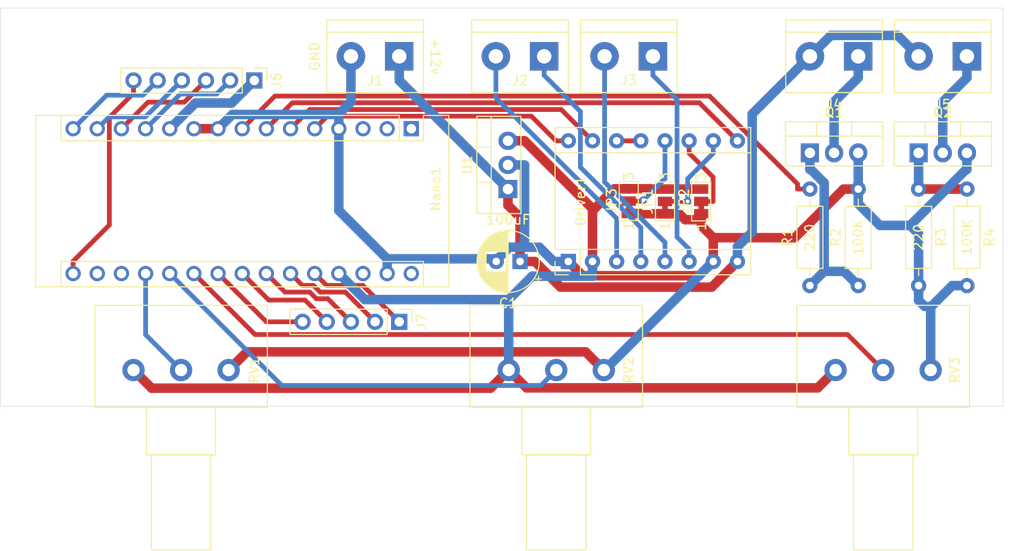
<source format=kicad_pcb>
(kicad_pcb (version 20171130) (host pcbnew 5.1.10-88a1d61d58~90~ubuntu20.04.1)

  (general
    (thickness 1.6)
    (drawings 6)
    (tracks 205)
    (zones 0)
    (modules 27)
    (nets 34)
  )

  (page A4)
  (layers
    (0 F.Cu signal)
    (31 B.Cu signal)
    (33 F.Adhes user)
    (35 F.Paste user)
    (37 F.SilkS user)
    (38 B.Mask user)
    (39 F.Mask user)
    (40 Dwgs.User user)
    (41 Cmts.User user)
    (42 Eco1.User user)
    (43 Eco2.User user)
    (44 Edge.Cuts user)
    (45 Margin user)
    (46 B.CrtYd user)
    (47 F.CrtYd user)
    (49 F.Fab user)
  )

  (setup
    (last_trace_width 0.5)
    (user_trace_width 1)
    (trace_clearance 0.2)
    (zone_clearance 0.508)
    (zone_45_only no)
    (trace_min 0.2)
    (via_size 0.8)
    (via_drill 0.4)
    (via_min_size 0.4)
    (via_min_drill 0.3)
    (uvia_size 0.3)
    (uvia_drill 0.1)
    (uvias_allowed no)
    (uvia_min_size 0.2)
    (uvia_min_drill 0.1)
    (edge_width 0.05)
    (segment_width 0.2)
    (pcb_text_width 0.3)
    (pcb_text_size 1.5 1.5)
    (mod_edge_width 0.12)
    (mod_text_size 1 1)
    (mod_text_width 0.15)
    (pad_size 1.524 1.524)
    (pad_drill 0.762)
    (pad_to_mask_clearance 0)
    (aux_axis_origin 0 0)
    (grid_origin 58.42 59.69)
    (visible_elements FFFFFFFF)
    (pcbplotparams
      (layerselection 0x010e0_ffffffff)
      (usegerberextensions false)
      (usegerberattributes true)
      (usegerberadvancedattributes true)
      (creategerberjobfile true)
      (excludeedgelayer true)
      (linewidth 0.100000)
      (plotframeref false)
      (viasonmask false)
      (mode 1)
      (useauxorigin false)
      (hpglpennumber 1)
      (hpglpenspeed 20)
      (hpglpendiameter 15.000000)
      (psnegative false)
      (psa4output false)
      (plotreference true)
      (plotvalue true)
      (plotinvisibletext false)
      (padsonsilk false)
      (subtractmaskfromsilk false)
      (outputformat 1)
      (mirror false)
      (drillshape 0)
      (scaleselection 1)
      (outputdirectory ""))
  )

  (net 0 "")
  (net 1 "Net-(Driver1-Pad16)")
  (net 2 +12V)
  (net 3 "Net-(Driver1-Pad15)")
  (net 4 GND)
  (net 5 "Net-(Driver1-Pad6)")
  (net 6 "Net-(Driver1-Pad13)")
  (net 7 "Net-(Driver1-Pad5)")
  (net 8 "Net-(Driver1-Pad4)")
  (net 9 "Net-(Driver1-Pad3)")
  (net 10 +5V)
  (net 11 "Net-(Driver1-Pad9)")
  (net 12 "Net-(Nano1-Pad21)")
  (net 13 "Net-(Nano1-Pad20)")
  (net 14 "Net-(Nano1-Pad19)")
  (net 15 "Net-(Nano1-Pad8)")
  (net 16 "Net-(Q1-Pad1)")
  (net 17 "Net-(Q2-Pad1)")
  (net 18 "Net-(J4-Pad1)")
  (net 19 "Net-(J5-Pad1)")
  (net 20 "Net-(J6-Pad1)")
  (net 21 "Net-(Driver1-Pad12)")
  (net 22 "Net-(Driver1-Pad11)")
  (net 23 "Net-(Driver1-Pad10)")
  (net 24 "Net-(J6-Pad6)")
  (net 25 "Net-(J6-Pad5)")
  (net 26 "Net-(J6-Pad4)")
  (net 27 "Net-(J6-Pad3)")
  (net 28 "Net-(J6-Pad2)")
  (net 29 "Net-(J7-Pad5)")
  (net 30 "Net-(J7-Pad4)")
  (net 31 "Net-(J7-Pad3)")
  (net 32 "Net-(J7-Pad2)")
  (net 33 "Net-(J7-Pad1)")

  (net_class Default "This is the default net class."
    (clearance 0.2)
    (trace_width 0.5)
    (via_dia 0.8)
    (via_drill 0.4)
    (uvia_dia 0.3)
    (uvia_drill 0.1)
    (diff_pair_width 0.4)
    (diff_pair_gap 0.4)
    (add_net "Net-(Driver1-Pad10)")
    (add_net "Net-(Driver1-Pad11)")
    (add_net "Net-(Driver1-Pad12)")
    (add_net "Net-(Driver1-Pad13)")
    (add_net "Net-(Driver1-Pad15)")
    (add_net "Net-(Driver1-Pad16)")
    (add_net "Net-(Driver1-Pad3)")
    (add_net "Net-(Driver1-Pad4)")
    (add_net "Net-(Driver1-Pad5)")
    (add_net "Net-(Driver1-Pad6)")
    (add_net "Net-(Driver1-Pad9)")
    (add_net "Net-(J6-Pad2)")
    (add_net "Net-(J6-Pad3)")
    (add_net "Net-(J6-Pad4)")
    (add_net "Net-(J6-Pad5)")
    (add_net "Net-(J6-Pad6)")
    (add_net "Net-(J7-Pad1)")
    (add_net "Net-(J7-Pad2)")
    (add_net "Net-(J7-Pad3)")
    (add_net "Net-(J7-Pad4)")
    (add_net "Net-(J7-Pad5)")
    (add_net "Net-(Nano1-Pad19)")
    (add_net "Net-(Nano1-Pad20)")
    (add_net "Net-(Nano1-Pad21)")
    (add_net "Net-(Nano1-Pad8)")
  )

  (net_class Power ""
    (clearance 0.2)
    (trace_width 1)
    (via_dia 0.8)
    (via_drill 0.4)
    (uvia_dia 0.3)
    (uvia_drill 0.1)
    (diff_pair_width 0.4)
    (diff_pair_gap 0.4)
    (add_net +12V)
    (add_net +5V)
    (add_net GND)
    (add_net "Net-(J4-Pad1)")
    (add_net "Net-(J5-Pad1)")
    (add_net "Net-(J6-Pad1)")
    (add_net "Net-(Q1-Pad1)")
    (add_net "Net-(Q2-Pad1)")
  )

  (module Package_TO_SOT_THT:TO-220-3_Vertical (layer F.Cu) (tedit 5AC8BA0D) (tstamp 615E5F38)
    (at 111.76 78.74 90)
    (descr "TO-220-3, Vertical, RM 2.54mm, see https://www.vishay.com/docs/66542/to-220-1.pdf")
    (tags "TO-220-3 Vertical RM 2.54mm")
    (path /615E50B0)
    (fp_text reference U1 (at 2.54 -4.27 90) (layer F.SilkS)
      (effects (font (size 1 1) (thickness 0.15)))
    )
    (fp_text value LM7805_TO220 (at 2.54 2.5 90) (layer F.Fab)
      (effects (font (size 1 1) (thickness 0.15)))
    )
    (fp_text user %R (at 2.54 -4.27 90) (layer F.Fab)
      (effects (font (size 1 1) (thickness 0.15)))
    )
    (fp_line (start -2.46 -3.15) (end -2.46 1.25) (layer F.Fab) (width 0.1))
    (fp_line (start -2.46 1.25) (end 7.54 1.25) (layer F.Fab) (width 0.1))
    (fp_line (start 7.54 1.25) (end 7.54 -3.15) (layer F.Fab) (width 0.1))
    (fp_line (start 7.54 -3.15) (end -2.46 -3.15) (layer F.Fab) (width 0.1))
    (fp_line (start -2.46 -1.88) (end 7.54 -1.88) (layer F.Fab) (width 0.1))
    (fp_line (start 0.69 -3.15) (end 0.69 -1.88) (layer F.Fab) (width 0.1))
    (fp_line (start 4.39 -3.15) (end 4.39 -1.88) (layer F.Fab) (width 0.1))
    (fp_line (start -2.58 -3.27) (end 7.66 -3.27) (layer F.SilkS) (width 0.12))
    (fp_line (start -2.58 1.371) (end 7.66 1.371) (layer F.SilkS) (width 0.12))
    (fp_line (start -2.58 -3.27) (end -2.58 1.371) (layer F.SilkS) (width 0.12))
    (fp_line (start 7.66 -3.27) (end 7.66 1.371) (layer F.SilkS) (width 0.12))
    (fp_line (start -2.58 -1.76) (end 7.66 -1.76) (layer F.SilkS) (width 0.12))
    (fp_line (start 0.69 -3.27) (end 0.69 -1.76) (layer F.SilkS) (width 0.12))
    (fp_line (start 4.391 -3.27) (end 4.391 -1.76) (layer F.SilkS) (width 0.12))
    (fp_line (start -2.71 -3.4) (end -2.71 1.51) (layer F.CrtYd) (width 0.05))
    (fp_line (start -2.71 1.51) (end 7.79 1.51) (layer F.CrtYd) (width 0.05))
    (fp_line (start 7.79 1.51) (end 7.79 -3.4) (layer F.CrtYd) (width 0.05))
    (fp_line (start 7.79 -3.4) (end -2.71 -3.4) (layer F.CrtYd) (width 0.05))
    (pad 3 thru_hole oval (at 5.08 0 90) (size 1.905 2) (drill 1.1) (layers *.Cu *.Mask)
      (net 10 +5V))
    (pad 2 thru_hole oval (at 2.54 0 90) (size 1.905 2) (drill 1.1) (layers *.Cu *.Mask)
      (net 4 GND))
    (pad 1 thru_hole rect (at 0 0 90) (size 1.905 2) (drill 1.1) (layers *.Cu *.Mask)
      (net 2 +12V))
    (model ${KISYS3DMOD}/Package_TO_SOT_THT.3dshapes/TO-220-3_Vertical.wrl
      (at (xyz 0 0 0))
      (scale (xyz 1 1 1))
      (rotate (xyz 0 0 0))
    )
  )

  (module MountingHole:MountingHole_3.2mm_M3 (layer F.Cu) (tedit 56D1B4CB) (tstamp 615BDE77)
    (at 135.89 96.52)
    (descr "Mounting Hole 3.2mm, no annular, M3")
    (tags "mounting hole 3.2mm no annular m3")
    (path /6164EFED)
    (attr virtual)
    (fp_text reference H4 (at 0 -4.2) (layer F.Fab)
      (effects (font (size 1 1) (thickness 0.15)))
    )
    (fp_text value MountingHole (at 0 4.2) (layer F.Fab)
      (effects (font (size 1 1) (thickness 0.15)))
    )
    (fp_circle (center 0 0) (end 3.45 0) (layer F.CrtYd) (width 0.05))
    (fp_circle (center 0 0) (end 3.2 0) (layer Cmts.User) (width 0.15))
    (fp_text user %R (at 0.3 0) (layer F.Fab)
      (effects (font (size 1 1) (thickness 0.15)))
    )
    (pad 1 np_thru_hole circle (at 0 0) (size 3.2 3.2) (drill 3.2) (layers *.Cu *.Mask))
  )

  (module MountingHole:MountingHole_3.2mm_M3 (layer F.Cu) (tedit 56D1B4CB) (tstamp 615BB31F)
    (at 135.89 64.77)
    (descr "Mounting Hole 3.2mm, no annular, M3")
    (tags "mounting hole 3.2mm no annular m3")
    (path /6164EE49)
    (attr virtual)
    (fp_text reference H3 (at 0 -4.2) (layer F.Fab)
      (effects (font (size 1 1) (thickness 0.15)))
    )
    (fp_text value MountingHole (at 0 4.2) (layer F.Fab)
      (effects (font (size 1 1) (thickness 0.15)))
    )
    (fp_circle (center 0 0) (end 3.45 0) (layer F.CrtYd) (width 0.05))
    (fp_circle (center 0 0) (end 3.2 0) (layer Cmts.User) (width 0.15))
    (fp_text user %R (at 0.3 0) (layer F.Fab)
      (effects (font (size 1 1) (thickness 0.15)))
    )
    (pad 1 np_thru_hole circle (at 0 0) (size 3.2 3.2) (drill 3.2) (layers *.Cu *.Mask))
  )

  (module MountingHole:MountingHole_3.2mm_M3 (layer F.Cu) (tedit 56D1B4CB) (tstamp 615BB317)
    (at 63.5 96.52)
    (descr "Mounting Hole 3.2mm, no annular, M3")
    (tags "mounting hole 3.2mm no annular m3")
    (path /6164ECC8)
    (attr virtual)
    (fp_text reference H2 (at 0 -4.2) (layer F.Fab)
      (effects (font (size 1 1) (thickness 0.15)))
    )
    (fp_text value MountingHole (at 0 4.2) (layer F.Fab)
      (effects (font (size 1 1) (thickness 0.15)))
    )
    (fp_circle (center 0 0) (end 3.45 0) (layer F.CrtYd) (width 0.05))
    (fp_circle (center 0 0) (end 3.2 0) (layer Cmts.User) (width 0.15))
    (fp_text user %R (at 0.3 0) (layer F.Fab)
      (effects (font (size 1 1) (thickness 0.15)))
    )
    (pad 1 np_thru_hole circle (at 0 0) (size 3.2 3.2) (drill 3.2) (layers *.Cu *.Mask))
  )

  (module MountingHole:MountingHole_3.2mm_M3 (layer F.Cu) (tedit 56D1B4CB) (tstamp 615BB30F)
    (at 63.5 64.77)
    (descr "Mounting Hole 3.2mm, no annular, M3")
    (tags "mounting hole 3.2mm no annular m3")
    (path /6164DDB5)
    (attr virtual)
    (fp_text reference H1 (at 0 -4.2) (layer F.Fab)
      (effects (font (size 1 1) (thickness 0.15)))
    )
    (fp_text value MountingHole (at 0 4.2) (layer F.Fab)
      (effects (font (size 1 1) (thickness 0.15)))
    )
    (fp_circle (center 0 0) (end 3.45 0) (layer F.CrtYd) (width 0.05))
    (fp_circle (center 0 0) (end 3.2 0) (layer Cmts.User) (width 0.15))
    (fp_text user %R (at 0.3 0) (layer F.Fab)
      (effects (font (size 1 1) (thickness 0.15)))
    )
    (pad 1 np_thru_hole circle (at 0 0) (size 3.2 3.2) (drill 3.2) (layers *.Cu *.Mask))
  )

  (module Connector_PinHeader_2.54mm:PinHeader_1x05_P2.54mm_Vertical (layer F.Cu) (tedit 59FED5CC) (tstamp 615B89F3)
    (at 100.33 92.71 270)
    (descr "Through hole straight pin header, 1x05, 2.54mm pitch, single row")
    (tags "Through hole pin header THT 1x05 2.54mm single row")
    (path /6163FB69)
    (fp_text reference J7 (at 0 -2.33 90) (layer F.SilkS)
      (effects (font (size 1 1) (thickness 0.15)))
    )
    (fp_text value Conn_01x05_Male (at 0 12.49 90) (layer F.Fab)
      (effects (font (size 1 1) (thickness 0.15)))
    )
    (fp_line (start 1.8 -1.8) (end -1.8 -1.8) (layer F.CrtYd) (width 0.05))
    (fp_line (start 1.8 11.95) (end 1.8 -1.8) (layer F.CrtYd) (width 0.05))
    (fp_line (start -1.8 11.95) (end 1.8 11.95) (layer F.CrtYd) (width 0.05))
    (fp_line (start -1.8 -1.8) (end -1.8 11.95) (layer F.CrtYd) (width 0.05))
    (fp_line (start -1.33 -1.33) (end 0 -1.33) (layer F.SilkS) (width 0.12))
    (fp_line (start -1.33 0) (end -1.33 -1.33) (layer F.SilkS) (width 0.12))
    (fp_line (start -1.33 1.27) (end 1.33 1.27) (layer F.SilkS) (width 0.12))
    (fp_line (start 1.33 1.27) (end 1.33 11.49) (layer F.SilkS) (width 0.12))
    (fp_line (start -1.33 1.27) (end -1.33 11.49) (layer F.SilkS) (width 0.12))
    (fp_line (start -1.33 11.49) (end 1.33 11.49) (layer F.SilkS) (width 0.12))
    (fp_line (start -1.27 -0.635) (end -0.635 -1.27) (layer F.Fab) (width 0.1))
    (fp_line (start -1.27 11.43) (end -1.27 -0.635) (layer F.Fab) (width 0.1))
    (fp_line (start 1.27 11.43) (end -1.27 11.43) (layer F.Fab) (width 0.1))
    (fp_line (start 1.27 -1.27) (end 1.27 11.43) (layer F.Fab) (width 0.1))
    (fp_line (start -0.635 -1.27) (end 1.27 -1.27) (layer F.Fab) (width 0.1))
    (fp_text user %R (at 0 5.08) (layer F.Fab)
      (effects (font (size 1 1) (thickness 0.15)))
    )
    (pad 5 thru_hole oval (at 0 10.16 270) (size 1.7 1.7) (drill 1) (layers *.Cu *.Mask)
      (net 29 "Net-(J7-Pad5)"))
    (pad 4 thru_hole oval (at 0 7.62 270) (size 1.7 1.7) (drill 1) (layers *.Cu *.Mask)
      (net 30 "Net-(J7-Pad4)"))
    (pad 3 thru_hole oval (at 0 5.08 270) (size 1.7 1.7) (drill 1) (layers *.Cu *.Mask)
      (net 31 "Net-(J7-Pad3)"))
    (pad 2 thru_hole oval (at 0 2.54 270) (size 1.7 1.7) (drill 1) (layers *.Cu *.Mask)
      (net 32 "Net-(J7-Pad2)"))
    (pad 1 thru_hole rect (at 0 0 270) (size 1.7 1.7) (drill 1) (layers *.Cu *.Mask)
      (net 33 "Net-(J7-Pad1)"))
    (model ${KISYS3DMOD}/Connector_PinHeader_2.54mm.3dshapes/PinHeader_1x05_P2.54mm_Vertical.wrl
      (at (xyz 0 0 0))
      (scale (xyz 1 1 1))
      (rotate (xyz 0 0 0))
    )
  )

  (module Connector_PinHeader_2.54mm:PinHeader_1x06_P2.54mm_Vertical (layer F.Cu) (tedit 59FED5CC) (tstamp 615B89DA)
    (at 85.09 67.31 270)
    (descr "Through hole straight pin header, 1x06, 2.54mm pitch, single row")
    (tags "Through hole pin header THT 1x06 2.54mm single row")
    (path /6163D794)
    (fp_text reference J6 (at 0 -2.33 90) (layer F.SilkS)
      (effects (font (size 1 1) (thickness 0.15)))
    )
    (fp_text value Conn_01x06_Male (at 0 15.03 90) (layer F.Fab)
      (effects (font (size 1 1) (thickness 0.15)))
    )
    (fp_line (start 1.8 -1.8) (end -1.8 -1.8) (layer F.CrtYd) (width 0.05))
    (fp_line (start 1.8 14.5) (end 1.8 -1.8) (layer F.CrtYd) (width 0.05))
    (fp_line (start -1.8 14.5) (end 1.8 14.5) (layer F.CrtYd) (width 0.05))
    (fp_line (start -1.8 -1.8) (end -1.8 14.5) (layer F.CrtYd) (width 0.05))
    (fp_line (start -1.33 -1.33) (end 0 -1.33) (layer F.SilkS) (width 0.12))
    (fp_line (start -1.33 0) (end -1.33 -1.33) (layer F.SilkS) (width 0.12))
    (fp_line (start -1.33 1.27) (end 1.33 1.27) (layer F.SilkS) (width 0.12))
    (fp_line (start 1.33 1.27) (end 1.33 14.03) (layer F.SilkS) (width 0.12))
    (fp_line (start -1.33 1.27) (end -1.33 14.03) (layer F.SilkS) (width 0.12))
    (fp_line (start -1.33 14.03) (end 1.33 14.03) (layer F.SilkS) (width 0.12))
    (fp_line (start -1.27 -0.635) (end -0.635 -1.27) (layer F.Fab) (width 0.1))
    (fp_line (start -1.27 13.97) (end -1.27 -0.635) (layer F.Fab) (width 0.1))
    (fp_line (start 1.27 13.97) (end -1.27 13.97) (layer F.Fab) (width 0.1))
    (fp_line (start 1.27 -1.27) (end 1.27 13.97) (layer F.Fab) (width 0.1))
    (fp_line (start -0.635 -1.27) (end 1.27 -1.27) (layer F.Fab) (width 0.1))
    (fp_text user %R (at 0 6.35) (layer F.Fab)
      (effects (font (size 1 1) (thickness 0.15)))
    )
    (pad 6 thru_hole oval (at 0 12.7 270) (size 1.7 1.7) (drill 1) (layers *.Cu *.Mask)
      (net 24 "Net-(J6-Pad6)"))
    (pad 5 thru_hole oval (at 0 10.16 270) (size 1.7 1.7) (drill 1) (layers *.Cu *.Mask)
      (net 25 "Net-(J6-Pad5)"))
    (pad 4 thru_hole oval (at 0 7.62 270) (size 1.7 1.7) (drill 1) (layers *.Cu *.Mask)
      (net 26 "Net-(J6-Pad4)"))
    (pad 3 thru_hole oval (at 0 5.08 270) (size 1.7 1.7) (drill 1) (layers *.Cu *.Mask)
      (net 27 "Net-(J6-Pad3)"))
    (pad 2 thru_hole oval (at 0 2.54 270) (size 1.7 1.7) (drill 1) (layers *.Cu *.Mask)
      (net 28 "Net-(J6-Pad2)"))
    (pad 1 thru_hole rect (at 0 0 270) (size 1.7 1.7) (drill 1) (layers *.Cu *.Mask)
      (net 20 "Net-(J6-Pad1)"))
    (model ${KISYS3DMOD}/Connector_PinHeader_2.54mm.3dshapes/PinHeader_1x06_P2.54mm_Vertical.wrl
      (at (xyz 0 0 0))
      (scale (xyz 1 1 1))
      (rotate (xyz 0 0 0))
    )
  )

  (module Jumper:SolderJumper-3_P1.3mm_Bridged12_Pad1.0x1.5mm_NumberLabels (layer F.Cu) (tedit 5C756B5B) (tstamp 615B5C99)
    (at 124.46 80.01 90)
    (descr "SMD Solder Jumper, 1x1.5mm Pads, 0.3mm gap, pads 1-2 bridged with 1 copper strip, labeled with numbers")
    (tags "solder jumper open")
    (path /615CF697)
    (attr virtual)
    (fp_text reference JP3 (at 0 -1.8 90) (layer F.SilkS)
      (effects (font (size 1 1) (thickness 0.15)))
    )
    (fp_text value SolderJumper_3_Bridged12 (at 0 1.9 90) (layer F.Fab)
      (effects (font (size 1 1) (thickness 0.15)))
    )
    (fp_poly (pts (xy -0.9 -0.3) (xy -0.4 -0.3) (xy -0.4 0.3) (xy -0.9 0.3)) (layer F.Cu) (width 0))
    (fp_line (start 2.3 1.25) (end -2.3 1.25) (layer F.CrtYd) (width 0.05))
    (fp_line (start 2.3 1.25) (end 2.3 -1.25) (layer F.CrtYd) (width 0.05))
    (fp_line (start -2.3 -1.25) (end -2.3 1.25) (layer F.CrtYd) (width 0.05))
    (fp_line (start -2.3 -1.25) (end 2.3 -1.25) (layer F.CrtYd) (width 0.05))
    (fp_line (start -2.05 -1) (end 2.05 -1) (layer F.SilkS) (width 0.12))
    (fp_line (start 2.05 -1) (end 2.05 1) (layer F.SilkS) (width 0.12))
    (fp_line (start 2.05 1) (end -2.05 1) (layer F.SilkS) (width 0.12))
    (fp_line (start -2.05 1) (end -2.05 -1) (layer F.SilkS) (width 0.12))
    (fp_text user 1 (at -2.6 0 90) (layer F.SilkS)
      (effects (font (size 1 1) (thickness 0.15)))
    )
    (fp_text user 3 (at 2.6 0 90) (layer F.SilkS)
      (effects (font (size 1 1) (thickness 0.15)))
    )
    (pad 2 smd rect (at 0 0 90) (size 1 1.5) (layers F.Cu F.Mask)
      (net 21 "Net-(Driver1-Pad12)"))
    (pad 3 smd rect (at 1.3 0 90) (size 1 1.5) (layers F.Cu F.Mask)
      (net 10 +5V))
    (pad 1 smd rect (at -1.3 0 90) (size 1 1.5) (layers F.Cu F.Mask)
      (net 4 GND))
  )

  (module Jumper:SolderJumper-3_P1.3mm_Bridged12_Pad1.0x1.5mm_NumberLabels (layer F.Cu) (tedit 5C756B5B) (tstamp 615B5582)
    (at 132.08 80.04 90)
    (descr "SMD Solder Jumper, 1x1.5mm Pads, 0.3mm gap, pads 1-2 bridged with 1 copper strip, labeled with numbers")
    (tags "solder jumper open")
    (path /615C93FC)
    (attr virtual)
    (fp_text reference JP2 (at 0 -1.8 90) (layer F.SilkS)
      (effects (font (size 1 1) (thickness 0.15)))
    )
    (fp_text value SolderJumper_3_Bridged12 (at 0 1.9 90) (layer F.Fab)
      (effects (font (size 1 1) (thickness 0.15)))
    )
    (fp_poly (pts (xy -0.9 -0.3) (xy -0.4 -0.3) (xy -0.4 0.3) (xy -0.9 0.3)) (layer F.Cu) (width 0))
    (fp_line (start 2.3 1.25) (end -2.3 1.25) (layer F.CrtYd) (width 0.05))
    (fp_line (start 2.3 1.25) (end 2.3 -1.25) (layer F.CrtYd) (width 0.05))
    (fp_line (start -2.3 -1.25) (end -2.3 1.25) (layer F.CrtYd) (width 0.05))
    (fp_line (start -2.3 -1.25) (end 2.3 -1.25) (layer F.CrtYd) (width 0.05))
    (fp_line (start -2.05 -1) (end 2.05 -1) (layer F.SilkS) (width 0.12))
    (fp_line (start 2.05 -1) (end 2.05 1) (layer F.SilkS) (width 0.12))
    (fp_line (start 2.05 1) (end -2.05 1) (layer F.SilkS) (width 0.12))
    (fp_line (start -2.05 1) (end -2.05 -1) (layer F.SilkS) (width 0.12))
    (fp_text user 1 (at -2.6 0 90) (layer F.SilkS)
      (effects (font (size 1 1) (thickness 0.15)))
    )
    (fp_text user 3 (at 2.6 0 90) (layer F.SilkS)
      (effects (font (size 1 1) (thickness 0.15)))
    )
    (pad 2 smd rect (at 0 0 90) (size 1 1.5) (layers F.Cu F.Mask)
      (net 22 "Net-(Driver1-Pad11)"))
    (pad 3 smd rect (at 1.3 0 90) (size 1 1.5) (layers F.Cu F.Mask)
      (net 10 +5V))
    (pad 1 smd rect (at -1.3 0 90) (size 1 1.5) (layers F.Cu F.Mask)
      (net 4 GND))
  )

  (module Jumper:SolderJumper-3_P1.3mm_Bridged12_Pad1.0x1.5mm_NumberLabels (layer F.Cu) (tedit 5C756B5B) (tstamp 615B5570)
    (at 128.27 80.04 90)
    (descr "SMD Solder Jumper, 1x1.5mm Pads, 0.3mm gap, pads 1-2 bridged with 1 copper strip, labeled with numbers")
    (tags "solder jumper open")
    (path /615C72FF)
    (attr virtual)
    (fp_text reference JP1 (at 0 -1.8 90) (layer F.SilkS)
      (effects (font (size 1 1) (thickness 0.15)))
    )
    (fp_text value SolderJumper_3_Bridged12 (at 0 1.9 90) (layer F.Fab)
      (effects (font (size 1 1) (thickness 0.15)))
    )
    (fp_poly (pts (xy -0.9 -0.3) (xy -0.4 -0.3) (xy -0.4 0.3) (xy -0.9 0.3)) (layer F.Cu) (width 0))
    (fp_line (start 2.3 1.25) (end -2.3 1.25) (layer F.CrtYd) (width 0.05))
    (fp_line (start 2.3 1.25) (end 2.3 -1.25) (layer F.CrtYd) (width 0.05))
    (fp_line (start -2.3 -1.25) (end -2.3 1.25) (layer F.CrtYd) (width 0.05))
    (fp_line (start -2.3 -1.25) (end 2.3 -1.25) (layer F.CrtYd) (width 0.05))
    (fp_line (start -2.05 -1) (end 2.05 -1) (layer F.SilkS) (width 0.12))
    (fp_line (start 2.05 -1) (end 2.05 1) (layer F.SilkS) (width 0.12))
    (fp_line (start 2.05 1) (end -2.05 1) (layer F.SilkS) (width 0.12))
    (fp_line (start -2.05 1) (end -2.05 -1) (layer F.SilkS) (width 0.12))
    (fp_text user 1 (at -2.6 0 90) (layer F.SilkS)
      (effects (font (size 1 1) (thickness 0.15)))
    )
    (fp_text user 3 (at 2.6 0 90) (layer F.SilkS)
      (effects (font (size 1 1) (thickness 0.15)))
    )
    (pad 2 smd rect (at 0 0 90) (size 1 1.5) (layers F.Cu F.Mask)
      (net 23 "Net-(Driver1-Pad10)"))
    (pad 3 smd rect (at 1.3 0 90) (size 1 1.5) (layers F.Cu F.Mask)
      (net 10 +5V))
    (pad 1 smd rect (at -1.3 0 90) (size 1 1.5) (layers F.Cu F.Mask)
      (net 4 GND))
  )

  (module Capacitor_THT:CP_Radial_D6.3mm_P2.50mm (layer F.Cu) (tedit 5AE50EF0) (tstamp 615B5420)
    (at 113.03 86.36 180)
    (descr "CP, Radial series, Radial, pin pitch=2.50mm, , diameter=6.3mm, Electrolytic Capacitor")
    (tags "CP Radial series Radial pin pitch 2.50mm  diameter 6.3mm Electrolytic Capacitor")
    (path /615BCE58)
    (fp_text reference C1 (at 1.25 -4.4) (layer F.SilkS)
      (effects (font (size 1 1) (thickness 0.15)))
    )
    (fp_text value 100uF (at 1.25 4.4) (layer F.SilkS)
      (effects (font (size 1 1) (thickness 0.15)))
    )
    (fp_line (start -1.935241 -2.154) (end -1.935241 -1.524) (layer F.SilkS) (width 0.12))
    (fp_line (start -2.250241 -1.839) (end -1.620241 -1.839) (layer F.SilkS) (width 0.12))
    (fp_line (start 4.491 -0.402) (end 4.491 0.402) (layer F.SilkS) (width 0.12))
    (fp_line (start 4.451 -0.633) (end 4.451 0.633) (layer F.SilkS) (width 0.12))
    (fp_line (start 4.411 -0.802) (end 4.411 0.802) (layer F.SilkS) (width 0.12))
    (fp_line (start 4.371 -0.94) (end 4.371 0.94) (layer F.SilkS) (width 0.12))
    (fp_line (start 4.331 -1.059) (end 4.331 1.059) (layer F.SilkS) (width 0.12))
    (fp_line (start 4.291 -1.165) (end 4.291 1.165) (layer F.SilkS) (width 0.12))
    (fp_line (start 4.251 -1.262) (end 4.251 1.262) (layer F.SilkS) (width 0.12))
    (fp_line (start 4.211 -1.35) (end 4.211 1.35) (layer F.SilkS) (width 0.12))
    (fp_line (start 4.171 -1.432) (end 4.171 1.432) (layer F.SilkS) (width 0.12))
    (fp_line (start 4.131 -1.509) (end 4.131 1.509) (layer F.SilkS) (width 0.12))
    (fp_line (start 4.091 -1.581) (end 4.091 1.581) (layer F.SilkS) (width 0.12))
    (fp_line (start 4.051 -1.65) (end 4.051 1.65) (layer F.SilkS) (width 0.12))
    (fp_line (start 4.011 -1.714) (end 4.011 1.714) (layer F.SilkS) (width 0.12))
    (fp_line (start 3.971 -1.776) (end 3.971 1.776) (layer F.SilkS) (width 0.12))
    (fp_line (start 3.931 -1.834) (end 3.931 1.834) (layer F.SilkS) (width 0.12))
    (fp_line (start 3.891 -1.89) (end 3.891 1.89) (layer F.SilkS) (width 0.12))
    (fp_line (start 3.851 -1.944) (end 3.851 1.944) (layer F.SilkS) (width 0.12))
    (fp_line (start 3.811 -1.995) (end 3.811 1.995) (layer F.SilkS) (width 0.12))
    (fp_line (start 3.771 -2.044) (end 3.771 2.044) (layer F.SilkS) (width 0.12))
    (fp_line (start 3.731 -2.092) (end 3.731 2.092) (layer F.SilkS) (width 0.12))
    (fp_line (start 3.691 -2.137) (end 3.691 2.137) (layer F.SilkS) (width 0.12))
    (fp_line (start 3.651 -2.182) (end 3.651 2.182) (layer F.SilkS) (width 0.12))
    (fp_line (start 3.611 -2.224) (end 3.611 2.224) (layer F.SilkS) (width 0.12))
    (fp_line (start 3.571 -2.265) (end 3.571 2.265) (layer F.SilkS) (width 0.12))
    (fp_line (start 3.531 1.04) (end 3.531 2.305) (layer F.SilkS) (width 0.12))
    (fp_line (start 3.531 -2.305) (end 3.531 -1.04) (layer F.SilkS) (width 0.12))
    (fp_line (start 3.491 1.04) (end 3.491 2.343) (layer F.SilkS) (width 0.12))
    (fp_line (start 3.491 -2.343) (end 3.491 -1.04) (layer F.SilkS) (width 0.12))
    (fp_line (start 3.451 1.04) (end 3.451 2.38) (layer F.SilkS) (width 0.12))
    (fp_line (start 3.451 -2.38) (end 3.451 -1.04) (layer F.SilkS) (width 0.12))
    (fp_line (start 3.411 1.04) (end 3.411 2.416) (layer F.SilkS) (width 0.12))
    (fp_line (start 3.411 -2.416) (end 3.411 -1.04) (layer F.SilkS) (width 0.12))
    (fp_line (start 3.371 1.04) (end 3.371 2.45) (layer F.SilkS) (width 0.12))
    (fp_line (start 3.371 -2.45) (end 3.371 -1.04) (layer F.SilkS) (width 0.12))
    (fp_line (start 3.331 1.04) (end 3.331 2.484) (layer F.SilkS) (width 0.12))
    (fp_line (start 3.331 -2.484) (end 3.331 -1.04) (layer F.SilkS) (width 0.12))
    (fp_line (start 3.291 1.04) (end 3.291 2.516) (layer F.SilkS) (width 0.12))
    (fp_line (start 3.291 -2.516) (end 3.291 -1.04) (layer F.SilkS) (width 0.12))
    (fp_line (start 3.251 1.04) (end 3.251 2.548) (layer F.SilkS) (width 0.12))
    (fp_line (start 3.251 -2.548) (end 3.251 -1.04) (layer F.SilkS) (width 0.12))
    (fp_line (start 3.211 1.04) (end 3.211 2.578) (layer F.SilkS) (width 0.12))
    (fp_line (start 3.211 -2.578) (end 3.211 -1.04) (layer F.SilkS) (width 0.12))
    (fp_line (start 3.171 1.04) (end 3.171 2.607) (layer F.SilkS) (width 0.12))
    (fp_line (start 3.171 -2.607) (end 3.171 -1.04) (layer F.SilkS) (width 0.12))
    (fp_line (start 3.131 1.04) (end 3.131 2.636) (layer F.SilkS) (width 0.12))
    (fp_line (start 3.131 -2.636) (end 3.131 -1.04) (layer F.SilkS) (width 0.12))
    (fp_line (start 3.091 1.04) (end 3.091 2.664) (layer F.SilkS) (width 0.12))
    (fp_line (start 3.091 -2.664) (end 3.091 -1.04) (layer F.SilkS) (width 0.12))
    (fp_line (start 3.051 1.04) (end 3.051 2.69) (layer F.SilkS) (width 0.12))
    (fp_line (start 3.051 -2.69) (end 3.051 -1.04) (layer F.SilkS) (width 0.12))
    (fp_line (start 3.011 1.04) (end 3.011 2.716) (layer F.SilkS) (width 0.12))
    (fp_line (start 3.011 -2.716) (end 3.011 -1.04) (layer F.SilkS) (width 0.12))
    (fp_line (start 2.971 1.04) (end 2.971 2.742) (layer F.SilkS) (width 0.12))
    (fp_line (start 2.971 -2.742) (end 2.971 -1.04) (layer F.SilkS) (width 0.12))
    (fp_line (start 2.931 1.04) (end 2.931 2.766) (layer F.SilkS) (width 0.12))
    (fp_line (start 2.931 -2.766) (end 2.931 -1.04) (layer F.SilkS) (width 0.12))
    (fp_line (start 2.891 1.04) (end 2.891 2.79) (layer F.SilkS) (width 0.12))
    (fp_line (start 2.891 -2.79) (end 2.891 -1.04) (layer F.SilkS) (width 0.12))
    (fp_line (start 2.851 1.04) (end 2.851 2.812) (layer F.SilkS) (width 0.12))
    (fp_line (start 2.851 -2.812) (end 2.851 -1.04) (layer F.SilkS) (width 0.12))
    (fp_line (start 2.811 1.04) (end 2.811 2.834) (layer F.SilkS) (width 0.12))
    (fp_line (start 2.811 -2.834) (end 2.811 -1.04) (layer F.SilkS) (width 0.12))
    (fp_line (start 2.771 1.04) (end 2.771 2.856) (layer F.SilkS) (width 0.12))
    (fp_line (start 2.771 -2.856) (end 2.771 -1.04) (layer F.SilkS) (width 0.12))
    (fp_line (start 2.731 1.04) (end 2.731 2.876) (layer F.SilkS) (width 0.12))
    (fp_line (start 2.731 -2.876) (end 2.731 -1.04) (layer F.SilkS) (width 0.12))
    (fp_line (start 2.691 1.04) (end 2.691 2.896) (layer F.SilkS) (width 0.12))
    (fp_line (start 2.691 -2.896) (end 2.691 -1.04) (layer F.SilkS) (width 0.12))
    (fp_line (start 2.651 1.04) (end 2.651 2.916) (layer F.SilkS) (width 0.12))
    (fp_line (start 2.651 -2.916) (end 2.651 -1.04) (layer F.SilkS) (width 0.12))
    (fp_line (start 2.611 1.04) (end 2.611 2.934) (layer F.SilkS) (width 0.12))
    (fp_line (start 2.611 -2.934) (end 2.611 -1.04) (layer F.SilkS) (width 0.12))
    (fp_line (start 2.571 1.04) (end 2.571 2.952) (layer F.SilkS) (width 0.12))
    (fp_line (start 2.571 -2.952) (end 2.571 -1.04) (layer F.SilkS) (width 0.12))
    (fp_line (start 2.531 1.04) (end 2.531 2.97) (layer F.SilkS) (width 0.12))
    (fp_line (start 2.531 -2.97) (end 2.531 -1.04) (layer F.SilkS) (width 0.12))
    (fp_line (start 2.491 1.04) (end 2.491 2.986) (layer F.SilkS) (width 0.12))
    (fp_line (start 2.491 -2.986) (end 2.491 -1.04) (layer F.SilkS) (width 0.12))
    (fp_line (start 2.451 1.04) (end 2.451 3.002) (layer F.SilkS) (width 0.12))
    (fp_line (start 2.451 -3.002) (end 2.451 -1.04) (layer F.SilkS) (width 0.12))
    (fp_line (start 2.411 1.04) (end 2.411 3.018) (layer F.SilkS) (width 0.12))
    (fp_line (start 2.411 -3.018) (end 2.411 -1.04) (layer F.SilkS) (width 0.12))
    (fp_line (start 2.371 1.04) (end 2.371 3.033) (layer F.SilkS) (width 0.12))
    (fp_line (start 2.371 -3.033) (end 2.371 -1.04) (layer F.SilkS) (width 0.12))
    (fp_line (start 2.331 1.04) (end 2.331 3.047) (layer F.SilkS) (width 0.12))
    (fp_line (start 2.331 -3.047) (end 2.331 -1.04) (layer F.SilkS) (width 0.12))
    (fp_line (start 2.291 1.04) (end 2.291 3.061) (layer F.SilkS) (width 0.12))
    (fp_line (start 2.291 -3.061) (end 2.291 -1.04) (layer F.SilkS) (width 0.12))
    (fp_line (start 2.251 1.04) (end 2.251 3.074) (layer F.SilkS) (width 0.12))
    (fp_line (start 2.251 -3.074) (end 2.251 -1.04) (layer F.SilkS) (width 0.12))
    (fp_line (start 2.211 1.04) (end 2.211 3.086) (layer F.SilkS) (width 0.12))
    (fp_line (start 2.211 -3.086) (end 2.211 -1.04) (layer F.SilkS) (width 0.12))
    (fp_line (start 2.171 1.04) (end 2.171 3.098) (layer F.SilkS) (width 0.12))
    (fp_line (start 2.171 -3.098) (end 2.171 -1.04) (layer F.SilkS) (width 0.12))
    (fp_line (start 2.131 1.04) (end 2.131 3.11) (layer F.SilkS) (width 0.12))
    (fp_line (start 2.131 -3.11) (end 2.131 -1.04) (layer F.SilkS) (width 0.12))
    (fp_line (start 2.091 1.04) (end 2.091 3.121) (layer F.SilkS) (width 0.12))
    (fp_line (start 2.091 -3.121) (end 2.091 -1.04) (layer F.SilkS) (width 0.12))
    (fp_line (start 2.051 1.04) (end 2.051 3.131) (layer F.SilkS) (width 0.12))
    (fp_line (start 2.051 -3.131) (end 2.051 -1.04) (layer F.SilkS) (width 0.12))
    (fp_line (start 2.011 1.04) (end 2.011 3.141) (layer F.SilkS) (width 0.12))
    (fp_line (start 2.011 -3.141) (end 2.011 -1.04) (layer F.SilkS) (width 0.12))
    (fp_line (start 1.971 1.04) (end 1.971 3.15) (layer F.SilkS) (width 0.12))
    (fp_line (start 1.971 -3.15) (end 1.971 -1.04) (layer F.SilkS) (width 0.12))
    (fp_line (start 1.93 1.04) (end 1.93 3.159) (layer F.SilkS) (width 0.12))
    (fp_line (start 1.93 -3.159) (end 1.93 -1.04) (layer F.SilkS) (width 0.12))
    (fp_line (start 1.89 1.04) (end 1.89 3.167) (layer F.SilkS) (width 0.12))
    (fp_line (start 1.89 -3.167) (end 1.89 -1.04) (layer F.SilkS) (width 0.12))
    (fp_line (start 1.85 1.04) (end 1.85 3.175) (layer F.SilkS) (width 0.12))
    (fp_line (start 1.85 -3.175) (end 1.85 -1.04) (layer F.SilkS) (width 0.12))
    (fp_line (start 1.81 1.04) (end 1.81 3.182) (layer F.SilkS) (width 0.12))
    (fp_line (start 1.81 -3.182) (end 1.81 -1.04) (layer F.SilkS) (width 0.12))
    (fp_line (start 1.77 1.04) (end 1.77 3.189) (layer F.SilkS) (width 0.12))
    (fp_line (start 1.77 -3.189) (end 1.77 -1.04) (layer F.SilkS) (width 0.12))
    (fp_line (start 1.73 1.04) (end 1.73 3.195) (layer F.SilkS) (width 0.12))
    (fp_line (start 1.73 -3.195) (end 1.73 -1.04) (layer F.SilkS) (width 0.12))
    (fp_line (start 1.69 1.04) (end 1.69 3.201) (layer F.SilkS) (width 0.12))
    (fp_line (start 1.69 -3.201) (end 1.69 -1.04) (layer F.SilkS) (width 0.12))
    (fp_line (start 1.65 1.04) (end 1.65 3.206) (layer F.SilkS) (width 0.12))
    (fp_line (start 1.65 -3.206) (end 1.65 -1.04) (layer F.SilkS) (width 0.12))
    (fp_line (start 1.61 1.04) (end 1.61 3.211) (layer F.SilkS) (width 0.12))
    (fp_line (start 1.61 -3.211) (end 1.61 -1.04) (layer F.SilkS) (width 0.12))
    (fp_line (start 1.57 1.04) (end 1.57 3.215) (layer F.SilkS) (width 0.12))
    (fp_line (start 1.57 -3.215) (end 1.57 -1.04) (layer F.SilkS) (width 0.12))
    (fp_line (start 1.53 1.04) (end 1.53 3.218) (layer F.SilkS) (width 0.12))
    (fp_line (start 1.53 -3.218) (end 1.53 -1.04) (layer F.SilkS) (width 0.12))
    (fp_line (start 1.49 1.04) (end 1.49 3.222) (layer F.SilkS) (width 0.12))
    (fp_line (start 1.49 -3.222) (end 1.49 -1.04) (layer F.SilkS) (width 0.12))
    (fp_line (start 1.45 -3.224) (end 1.45 3.224) (layer F.SilkS) (width 0.12))
    (fp_line (start 1.41 -3.227) (end 1.41 3.227) (layer F.SilkS) (width 0.12))
    (fp_line (start 1.37 -3.228) (end 1.37 3.228) (layer F.SilkS) (width 0.12))
    (fp_line (start 1.33 -3.23) (end 1.33 3.23) (layer F.SilkS) (width 0.12))
    (fp_line (start 1.29 -3.23) (end 1.29 3.23) (layer F.SilkS) (width 0.12))
    (fp_line (start 1.25 -3.23) (end 1.25 3.23) (layer F.SilkS) (width 0.12))
    (fp_line (start -1.128972 -1.6885) (end -1.128972 -1.0585) (layer F.Fab) (width 0.1))
    (fp_line (start -1.443972 -1.3735) (end -0.813972 -1.3735) (layer F.Fab) (width 0.1))
    (fp_circle (center 1.25 0) (end 4.65 0) (layer F.CrtYd) (width 0.05))
    (fp_circle (center 1.25 0) (end 4.52 0) (layer F.SilkS) (width 0.12))
    (fp_circle (center 1.25 0) (end 4.4 0) (layer F.Fab) (width 0.1))
    (fp_text user %R (at 1.25 0) (layer F.Fab)
      (effects (font (size 1 1) (thickness 0.15)))
    )
    (pad 2 thru_hole circle (at 2.5 0 180) (size 1.6 1.6) (drill 0.8) (layers *.Cu *.Mask)
      (net 4 GND))
    (pad 1 thru_hole rect (at 0 0 180) (size 1.6 1.6) (drill 0.8) (layers *.Cu *.Mask)
      (net 2 +12V))
    (model ${KISYS3DMOD}/Capacitor_THT.3dshapes/CP_Radial_D6.3mm_P2.50mm.wrl
      (at (xyz 0 0 0))
      (scale (xyz 1 1 1))
      (rotate (xyz 0 0 0))
    )
  )

  (module TerminalBlock:TerminalBlock_bornier-2_P5.08mm (layer F.Cu) (tedit 59FF03AB) (tstamp 61599655)
    (at 160.02 64.77 180)
    (descr "simple 2-pin terminal block, pitch 5.08mm, revamped version of bornier2")
    (tags "terminal block bornier2")
    (path /6160BB18)
    (fp_text reference J5 (at 2.54 -5.08) (layer F.SilkS)
      (effects (font (size 1 1) (thickness 0.15)))
    )
    (fp_text value Screw_Terminal_01x02 (at 2.54 5.08) (layer F.Fab)
      (effects (font (size 1 1) (thickness 0.15)))
    )
    (fp_line (start 7.79 4) (end -2.71 4) (layer F.CrtYd) (width 0.05))
    (fp_line (start 7.79 4) (end 7.79 -4) (layer F.CrtYd) (width 0.05))
    (fp_line (start -2.71 -4) (end -2.71 4) (layer F.CrtYd) (width 0.05))
    (fp_line (start -2.71 -4) (end 7.79 -4) (layer F.CrtYd) (width 0.05))
    (fp_line (start -2.54 3.81) (end 7.62 3.81) (layer F.SilkS) (width 0.12))
    (fp_line (start -2.54 -3.81) (end -2.54 3.81) (layer F.SilkS) (width 0.12))
    (fp_line (start 7.62 -3.81) (end -2.54 -3.81) (layer F.SilkS) (width 0.12))
    (fp_line (start 7.62 3.81) (end 7.62 -3.81) (layer F.SilkS) (width 0.12))
    (fp_line (start 7.62 2.54) (end -2.54 2.54) (layer F.SilkS) (width 0.12))
    (fp_line (start 7.54 -3.75) (end -2.46 -3.75) (layer F.Fab) (width 0.1))
    (fp_line (start 7.54 3.75) (end 7.54 -3.75) (layer F.Fab) (width 0.1))
    (fp_line (start -2.46 3.75) (end 7.54 3.75) (layer F.Fab) (width 0.1))
    (fp_line (start -2.46 -3.75) (end -2.46 3.75) (layer F.Fab) (width 0.1))
    (fp_line (start -2.41 2.55) (end 7.49 2.55) (layer F.Fab) (width 0.1))
    (fp_text user %R (at 2.54 0) (layer F.Fab)
      (effects (font (size 1 1) (thickness 0.15)))
    )
    (pad 2 thru_hole circle (at 5.08 0 180) (size 3 3) (drill 1.52) (layers *.Cu *.Mask)
      (net 2 +12V))
    (pad 1 thru_hole rect (at 0 0 180) (size 3 3) (drill 1.52) (layers *.Cu *.Mask)
      (net 19 "Net-(J5-Pad1)"))
    (model ${KISYS3DMOD}/TerminalBlock.3dshapes/TerminalBlock_bornier-2_P5.08mm.wrl
      (offset (xyz 2.539999961853027 0 0))
      (scale (xyz 1 1 1))
      (rotate (xyz 0 0 0))
    )
  )

  (module TerminalBlock:TerminalBlock_bornier-2_P5.08mm (layer F.Cu) (tedit 59FF03AB) (tstamp 61599640)
    (at 148.59 64.77 180)
    (descr "simple 2-pin terminal block, pitch 5.08mm, revamped version of bornier2")
    (tags "terminal block bornier2")
    (path /6160B45E)
    (fp_text reference J4 (at 2.54 -5.08) (layer F.SilkS)
      (effects (font (size 1 1) (thickness 0.15)))
    )
    (fp_text value Screw_Terminal_01x02 (at 2.54 5.08) (layer F.Fab)
      (effects (font (size 1 1) (thickness 0.15)))
    )
    (fp_line (start 7.79 4) (end -2.71 4) (layer F.CrtYd) (width 0.05))
    (fp_line (start 7.79 4) (end 7.79 -4) (layer F.CrtYd) (width 0.05))
    (fp_line (start -2.71 -4) (end -2.71 4) (layer F.CrtYd) (width 0.05))
    (fp_line (start -2.71 -4) (end 7.79 -4) (layer F.CrtYd) (width 0.05))
    (fp_line (start -2.54 3.81) (end 7.62 3.81) (layer F.SilkS) (width 0.12))
    (fp_line (start -2.54 -3.81) (end -2.54 3.81) (layer F.SilkS) (width 0.12))
    (fp_line (start 7.62 -3.81) (end -2.54 -3.81) (layer F.SilkS) (width 0.12))
    (fp_line (start 7.62 3.81) (end 7.62 -3.81) (layer F.SilkS) (width 0.12))
    (fp_line (start 7.62 2.54) (end -2.54 2.54) (layer F.SilkS) (width 0.12))
    (fp_line (start 7.54 -3.75) (end -2.46 -3.75) (layer F.Fab) (width 0.1))
    (fp_line (start 7.54 3.75) (end 7.54 -3.75) (layer F.Fab) (width 0.1))
    (fp_line (start -2.46 3.75) (end 7.54 3.75) (layer F.Fab) (width 0.1))
    (fp_line (start -2.46 -3.75) (end -2.46 3.75) (layer F.Fab) (width 0.1))
    (fp_line (start -2.41 2.55) (end 7.49 2.55) (layer F.Fab) (width 0.1))
    (fp_text user %R (at 2.54 0) (layer F.Fab)
      (effects (font (size 1 1) (thickness 0.15)))
    )
    (pad 2 thru_hole circle (at 5.08 0 180) (size 3 3) (drill 1.52) (layers *.Cu *.Mask)
      (net 2 +12V))
    (pad 1 thru_hole rect (at 0 0 180) (size 3 3) (drill 1.52) (layers *.Cu *.Mask)
      (net 18 "Net-(J4-Pad1)"))
    (model ${KISYS3DMOD}/TerminalBlock.3dshapes/TerminalBlock_bornier-2_P5.08mm.wrl
      (offset (xyz 2.539999961853027 0 0))
      (scale (xyz 1 1 1))
      (rotate (xyz 0 0 0))
    )
  )

  (module TerminalBlock:TerminalBlock_bornier-2_P5.08mm (layer F.Cu) (tedit 59FF03AB) (tstamp 6159962B)
    (at 127 64.77 180)
    (descr "simple 2-pin terminal block, pitch 5.08mm, revamped version of bornier2")
    (tags "terminal block bornier2")
    (path /615F745E)
    (fp_text reference J3 (at 2.54 -2.54) (layer F.SilkS)
      (effects (font (size 1 1) (thickness 0.15)))
    )
    (fp_text value Screw_Terminal_01x02 (at 2.54 5.08) (layer F.Fab)
      (effects (font (size 1 1) (thickness 0.15)))
    )
    (fp_line (start 7.79 4) (end -2.71 4) (layer F.CrtYd) (width 0.05))
    (fp_line (start 7.79 4) (end 7.79 -4) (layer F.CrtYd) (width 0.05))
    (fp_line (start -2.71 -4) (end -2.71 4) (layer F.CrtYd) (width 0.05))
    (fp_line (start -2.71 -4) (end 7.79 -4) (layer F.CrtYd) (width 0.05))
    (fp_line (start -2.54 3.81) (end 7.62 3.81) (layer F.SilkS) (width 0.12))
    (fp_line (start -2.54 -3.81) (end -2.54 3.81) (layer F.SilkS) (width 0.12))
    (fp_line (start 7.62 -3.81) (end -2.54 -3.81) (layer F.SilkS) (width 0.12))
    (fp_line (start 7.62 3.81) (end 7.62 -3.81) (layer F.SilkS) (width 0.12))
    (fp_line (start 7.62 2.54) (end -2.54 2.54) (layer F.SilkS) (width 0.12))
    (fp_line (start 7.54 -3.75) (end -2.46 -3.75) (layer F.Fab) (width 0.1))
    (fp_line (start 7.54 3.75) (end 7.54 -3.75) (layer F.Fab) (width 0.1))
    (fp_line (start -2.46 3.75) (end 7.54 3.75) (layer F.Fab) (width 0.1))
    (fp_line (start -2.46 -3.75) (end -2.46 3.75) (layer F.Fab) (width 0.1))
    (fp_line (start -2.41 2.55) (end 7.49 2.55) (layer F.Fab) (width 0.1))
    (fp_text user %R (at 2.54 0) (layer F.Fab)
      (effects (font (size 1 1) (thickness 0.15)))
    )
    (pad 2 thru_hole circle (at 5.08 0 180) (size 3 3) (drill 1.52) (layers *.Cu *.Mask)
      (net 7 "Net-(Driver1-Pad5)"))
    (pad 1 thru_hole rect (at 0 0 180) (size 3 3) (drill 1.52) (layers *.Cu *.Mask)
      (net 5 "Net-(Driver1-Pad6)"))
    (model ${KISYS3DMOD}/TerminalBlock.3dshapes/TerminalBlock_bornier-2_P5.08mm.wrl
      (offset (xyz 2.539999961853027 0 0))
      (scale (xyz 1 1 1))
      (rotate (xyz 0 0 0))
    )
  )

  (module TerminalBlock:TerminalBlock_bornier-2_P5.08mm (layer F.Cu) (tedit 59FF03AB) (tstamp 61599616)
    (at 115.57 64.77 180)
    (descr "simple 2-pin terminal block, pitch 5.08mm, revamped version of bornier2")
    (tags "terminal block bornier2")
    (path /615F6BFB)
    (fp_text reference J2 (at 2.54 -2.54) (layer F.SilkS)
      (effects (font (size 1 1) (thickness 0.15)))
    )
    (fp_text value Screw_Terminal_01x02 (at 2.54 5.08) (layer F.Fab)
      (effects (font (size 1 1) (thickness 0.15)))
    )
    (fp_line (start 7.79 4) (end -2.71 4) (layer F.CrtYd) (width 0.05))
    (fp_line (start 7.79 4) (end 7.79 -4) (layer F.CrtYd) (width 0.05))
    (fp_line (start -2.71 -4) (end -2.71 4) (layer F.CrtYd) (width 0.05))
    (fp_line (start -2.71 -4) (end 7.79 -4) (layer F.CrtYd) (width 0.05))
    (fp_line (start -2.54 3.81) (end 7.62 3.81) (layer F.SilkS) (width 0.12))
    (fp_line (start -2.54 -3.81) (end -2.54 3.81) (layer F.SilkS) (width 0.12))
    (fp_line (start 7.62 -3.81) (end -2.54 -3.81) (layer F.SilkS) (width 0.12))
    (fp_line (start 7.62 3.81) (end 7.62 -3.81) (layer F.SilkS) (width 0.12))
    (fp_line (start 7.62 2.54) (end -2.54 2.54) (layer F.SilkS) (width 0.12))
    (fp_line (start 7.54 -3.75) (end -2.46 -3.75) (layer F.Fab) (width 0.1))
    (fp_line (start 7.54 3.75) (end 7.54 -3.75) (layer F.Fab) (width 0.1))
    (fp_line (start -2.46 3.75) (end 7.54 3.75) (layer F.Fab) (width 0.1))
    (fp_line (start -2.46 -3.75) (end -2.46 3.75) (layer F.Fab) (width 0.1))
    (fp_line (start -2.41 2.55) (end 7.49 2.55) (layer F.Fab) (width 0.1))
    (fp_text user %R (at 2.54 0) (layer F.Fab)
      (effects (font (size 1 1) (thickness 0.15)))
    )
    (pad 2 thru_hole circle (at 5.08 0 180) (size 3 3) (drill 1.52) (layers *.Cu *.Mask)
      (net 9 "Net-(Driver1-Pad3)"))
    (pad 1 thru_hole rect (at 0 0 180) (size 3 3) (drill 1.52) (layers *.Cu *.Mask)
      (net 8 "Net-(Driver1-Pad4)"))
    (model ${KISYS3DMOD}/TerminalBlock.3dshapes/TerminalBlock_bornier-2_P5.08mm.wrl
      (offset (xyz 2.539999961853027 0 0))
      (scale (xyz 1 1 1))
      (rotate (xyz 0 0 0))
    )
  )

  (module Resistor_THT:R_Axial_DIN0207_L6.3mm_D2.5mm_P10.16mm_Horizontal (layer F.Cu) (tedit 5AE5139B) (tstamp 61586AE3)
    (at 160.02 78.74 270)
    (descr "Resistor, Axial_DIN0207 series, Axial, Horizontal, pin pitch=10.16mm, 0.25W = 1/4W, length*diameter=6.3*2.5mm^2, http://cdn-reichelt.de/documents/datenblatt/B400/1_4W%23YAG.pdf")
    (tags "Resistor Axial_DIN0207 series Axial Horizontal pin pitch 10.16mm 0.25W = 1/4W length 6.3mm diameter 2.5mm")
    (path /615A675D)
    (fp_text reference R4 (at 5.08 -2.37 90) (layer F.SilkS)
      (effects (font (size 1 1) (thickness 0.15)))
    )
    (fp_text value 100K (at 5.08 0 90) (layer F.SilkS)
      (effects (font (size 1 1) (thickness 0.15)))
    )
    (fp_line (start 11.21 -1.5) (end -1.05 -1.5) (layer F.CrtYd) (width 0.05))
    (fp_line (start 11.21 1.5) (end 11.21 -1.5) (layer F.CrtYd) (width 0.05))
    (fp_line (start -1.05 1.5) (end 11.21 1.5) (layer F.CrtYd) (width 0.05))
    (fp_line (start -1.05 -1.5) (end -1.05 1.5) (layer F.CrtYd) (width 0.05))
    (fp_line (start 9.12 0) (end 8.35 0) (layer F.SilkS) (width 0.12))
    (fp_line (start 1.04 0) (end 1.81 0) (layer F.SilkS) (width 0.12))
    (fp_line (start 8.35 -1.37) (end 1.81 -1.37) (layer F.SilkS) (width 0.12))
    (fp_line (start 8.35 1.37) (end 8.35 -1.37) (layer F.SilkS) (width 0.12))
    (fp_line (start 1.81 1.37) (end 8.35 1.37) (layer F.SilkS) (width 0.12))
    (fp_line (start 1.81 -1.37) (end 1.81 1.37) (layer F.SilkS) (width 0.12))
    (fp_line (start 10.16 0) (end 8.23 0) (layer F.Fab) (width 0.1))
    (fp_line (start 0 0) (end 1.93 0) (layer F.Fab) (width 0.1))
    (fp_line (start 8.23 -1.25) (end 1.93 -1.25) (layer F.Fab) (width 0.1))
    (fp_line (start 8.23 1.25) (end 8.23 -1.25) (layer F.Fab) (width 0.1))
    (fp_line (start 1.93 1.25) (end 8.23 1.25) (layer F.Fab) (width 0.1))
    (fp_line (start 1.93 -1.25) (end 1.93 1.25) (layer F.Fab) (width 0.1))
    (fp_text user %R (at 5.08 0 90) (layer F.Fab)
      (effects (font (size 1 1) (thickness 0.15)))
    )
    (pad 2 thru_hole oval (at 10.16 0 270) (size 1.6 1.6) (drill 0.8) (layers *.Cu *.Mask)
      (net 4 GND))
    (pad 1 thru_hole circle (at 0 0 270) (size 1.6 1.6) (drill 0.8) (layers *.Cu *.Mask)
      (net 17 "Net-(Q2-Pad1)"))
    (model ${KISYS3DMOD}/Resistor_THT.3dshapes/R_Axial_DIN0207_L6.3mm_D2.5mm_P10.16mm_Horizontal.wrl
      (at (xyz 0 0 0))
      (scale (xyz 1 1 1))
      (rotate (xyz 0 0 0))
    )
  )

  (module Resistor_THT:R_Axial_DIN0207_L6.3mm_D2.5mm_P10.16mm_Horizontal (layer F.Cu) (tedit 5AE5139B) (tstamp 61586ACC)
    (at 154.94 78.74 270)
    (descr "Resistor, Axial_DIN0207 series, Axial, Horizontal, pin pitch=10.16mm, 0.25W = 1/4W, length*diameter=6.3*2.5mm^2, http://cdn-reichelt.de/documents/datenblatt/B400/1_4W%23YAG.pdf")
    (tags "Resistor Axial_DIN0207 series Axial Horizontal pin pitch 10.16mm 0.25W = 1/4W length 6.3mm diameter 2.5mm")
    (path /615B25FE)
    (fp_text reference R3 (at 5.08 -2.37 90) (layer F.SilkS)
      (effects (font (size 1 1) (thickness 0.15)))
    )
    (fp_text value 220 (at 5.08 0 90) (layer F.SilkS)
      (effects (font (size 1 1) (thickness 0.15)))
    )
    (fp_line (start 11.21 -1.5) (end -1.05 -1.5) (layer F.CrtYd) (width 0.05))
    (fp_line (start 11.21 1.5) (end 11.21 -1.5) (layer F.CrtYd) (width 0.05))
    (fp_line (start -1.05 1.5) (end 11.21 1.5) (layer F.CrtYd) (width 0.05))
    (fp_line (start -1.05 -1.5) (end -1.05 1.5) (layer F.CrtYd) (width 0.05))
    (fp_line (start 9.12 0) (end 8.35 0) (layer F.SilkS) (width 0.12))
    (fp_line (start 1.04 0) (end 1.81 0) (layer F.SilkS) (width 0.12))
    (fp_line (start 8.35 -1.37) (end 1.81 -1.37) (layer F.SilkS) (width 0.12))
    (fp_line (start 8.35 1.37) (end 8.35 -1.37) (layer F.SilkS) (width 0.12))
    (fp_line (start 1.81 1.37) (end 8.35 1.37) (layer F.SilkS) (width 0.12))
    (fp_line (start 1.81 -1.37) (end 1.81 1.37) (layer F.SilkS) (width 0.12))
    (fp_line (start 10.16 0) (end 8.23 0) (layer F.Fab) (width 0.1))
    (fp_line (start 0 0) (end 1.93 0) (layer F.Fab) (width 0.1))
    (fp_line (start 8.23 -1.25) (end 1.93 -1.25) (layer F.Fab) (width 0.1))
    (fp_line (start 8.23 1.25) (end 8.23 -1.25) (layer F.Fab) (width 0.1))
    (fp_line (start 1.93 1.25) (end 8.23 1.25) (layer F.Fab) (width 0.1))
    (fp_line (start 1.93 -1.25) (end 1.93 1.25) (layer F.Fab) (width 0.1))
    (fp_text user %R (at 5.08 0 90) (layer F.Fab)
      (effects (font (size 1 1) (thickness 0.15)))
    )
    (pad 2 thru_hole oval (at 10.16 0 270) (size 1.6 1.6) (drill 0.8) (layers *.Cu *.Mask)
      (net 4 GND))
    (pad 1 thru_hole circle (at 0 0 270) (size 1.6 1.6) (drill 0.8) (layers *.Cu *.Mask)
      (net 17 "Net-(Q2-Pad1)"))
    (model ${KISYS3DMOD}/Resistor_THT.3dshapes/R_Axial_DIN0207_L6.3mm_D2.5mm_P10.16mm_Horizontal.wrl
      (at (xyz 0 0 0))
      (scale (xyz 1 1 1))
      (rotate (xyz 0 0 0))
    )
  )

  (module Resistor_THT:R_Axial_DIN0207_L6.3mm_D2.5mm_P10.16mm_Horizontal (layer F.Cu) (tedit 5AE5139B) (tstamp 61599BF2)
    (at 148.59 88.9 90)
    (descr "Resistor, Axial_DIN0207 series, Axial, Horizontal, pin pitch=10.16mm, 0.25W = 1/4W, length*diameter=6.3*2.5mm^2, http://cdn-reichelt.de/documents/datenblatt/B400/1_4W%23YAG.pdf")
    (tags "Resistor Axial_DIN0207 series Axial Horizontal pin pitch 10.16mm 0.25W = 1/4W length 6.3mm diameter 2.5mm")
    (path /615A4916)
    (fp_text reference R2 (at 5.08 -2.37 90) (layer F.SilkS)
      (effects (font (size 1 1) (thickness 0.15)))
    )
    (fp_text value 100K (at 5.08 0 90) (layer F.SilkS)
      (effects (font (size 1 1) (thickness 0.15)))
    )
    (fp_line (start 11.21 -1.5) (end -1.05 -1.5) (layer F.CrtYd) (width 0.05))
    (fp_line (start 11.21 1.5) (end 11.21 -1.5) (layer F.CrtYd) (width 0.05))
    (fp_line (start -1.05 1.5) (end 11.21 1.5) (layer F.CrtYd) (width 0.05))
    (fp_line (start -1.05 -1.5) (end -1.05 1.5) (layer F.CrtYd) (width 0.05))
    (fp_line (start 9.12 0) (end 8.35 0) (layer F.SilkS) (width 0.12))
    (fp_line (start 1.04 0) (end 1.81 0) (layer F.SilkS) (width 0.12))
    (fp_line (start 8.35 -1.37) (end 1.81 -1.37) (layer F.SilkS) (width 0.12))
    (fp_line (start 8.35 1.37) (end 8.35 -1.37) (layer F.SilkS) (width 0.12))
    (fp_line (start 1.81 1.37) (end 8.35 1.37) (layer F.SilkS) (width 0.12))
    (fp_line (start 1.81 -1.37) (end 1.81 1.37) (layer F.SilkS) (width 0.12))
    (fp_line (start 10.16 0) (end 8.23 0) (layer F.Fab) (width 0.1))
    (fp_line (start 0 0) (end 1.93 0) (layer F.Fab) (width 0.1))
    (fp_line (start 8.23 -1.25) (end 1.93 -1.25) (layer F.Fab) (width 0.1))
    (fp_line (start 8.23 1.25) (end 8.23 -1.25) (layer F.Fab) (width 0.1))
    (fp_line (start 1.93 1.25) (end 8.23 1.25) (layer F.Fab) (width 0.1))
    (fp_line (start 1.93 -1.25) (end 1.93 1.25) (layer F.Fab) (width 0.1))
    (fp_text user %R (at 5.08 0 90) (layer F.Fab)
      (effects (font (size 1 1) (thickness 0.15)))
    )
    (pad 2 thru_hole oval (at 10.16 0 90) (size 1.6 1.6) (drill 0.8) (layers *.Cu *.Mask)
      (net 4 GND))
    (pad 1 thru_hole circle (at 0 0 90) (size 1.6 1.6) (drill 0.8) (layers *.Cu *.Mask)
      (net 16 "Net-(Q1-Pad1)"))
    (model ${KISYS3DMOD}/Resistor_THT.3dshapes/R_Axial_DIN0207_L6.3mm_D2.5mm_P10.16mm_Horizontal.wrl
      (at (xyz 0 0 0))
      (scale (xyz 1 1 1))
      (rotate (xyz 0 0 0))
    )
  )

  (module Resistor_THT:R_Axial_DIN0207_L6.3mm_D2.5mm_P10.16mm_Horizontal (layer F.Cu) (tedit 5AE5139B) (tstamp 61586A9E)
    (at 143.51 88.9 90)
    (descr "Resistor, Axial_DIN0207 series, Axial, Horizontal, pin pitch=10.16mm, 0.25W = 1/4W, length*diameter=6.3*2.5mm^2, http://cdn-reichelt.de/documents/datenblatt/B400/1_4W%23YAG.pdf")
    (tags "Resistor Axial_DIN0207 series Axial Horizontal pin pitch 10.16mm 0.25W = 1/4W length 6.3mm diameter 2.5mm")
    (path /615B1C39)
    (fp_text reference R1 (at 5.08 -2.37 90) (layer F.SilkS)
      (effects (font (size 1 1) (thickness 0.15)))
    )
    (fp_text value 220 (at 5.08 0 90) (layer F.SilkS)
      (effects (font (size 1 1) (thickness 0.15)))
    )
    (fp_line (start 11.21 -1.5) (end -1.05 -1.5) (layer F.CrtYd) (width 0.05))
    (fp_line (start 11.21 1.5) (end 11.21 -1.5) (layer F.CrtYd) (width 0.05))
    (fp_line (start -1.05 1.5) (end 11.21 1.5) (layer F.CrtYd) (width 0.05))
    (fp_line (start -1.05 -1.5) (end -1.05 1.5) (layer F.CrtYd) (width 0.05))
    (fp_line (start 9.12 0) (end 8.35 0) (layer F.SilkS) (width 0.12))
    (fp_line (start 1.04 0) (end 1.81 0) (layer F.SilkS) (width 0.12))
    (fp_line (start 8.35 -1.37) (end 1.81 -1.37) (layer F.SilkS) (width 0.12))
    (fp_line (start 8.35 1.37) (end 8.35 -1.37) (layer F.SilkS) (width 0.12))
    (fp_line (start 1.81 1.37) (end 8.35 1.37) (layer F.SilkS) (width 0.12))
    (fp_line (start 1.81 -1.37) (end 1.81 1.37) (layer F.SilkS) (width 0.12))
    (fp_line (start 10.16 0) (end 8.23 0) (layer F.Fab) (width 0.1))
    (fp_line (start 0 0) (end 1.93 0) (layer F.Fab) (width 0.1))
    (fp_line (start 8.23 -1.25) (end 1.93 -1.25) (layer F.Fab) (width 0.1))
    (fp_line (start 8.23 1.25) (end 8.23 -1.25) (layer F.Fab) (width 0.1))
    (fp_line (start 1.93 1.25) (end 8.23 1.25) (layer F.Fab) (width 0.1))
    (fp_line (start 1.93 -1.25) (end 1.93 1.25) (layer F.Fab) (width 0.1))
    (fp_text user %R (at 5.08 0 90) (layer F.Fab)
      (effects (font (size 1 1) (thickness 0.15)))
    )
    (pad 2 thru_hole oval (at 10.16 0 90) (size 1.6 1.6) (drill 0.8) (layers *.Cu *.Mask)
      (net 15 "Net-(Nano1-Pad8)"))
    (pad 1 thru_hole circle (at 0 0 90) (size 1.6 1.6) (drill 0.8) (layers *.Cu *.Mask)
      (net 16 "Net-(Q1-Pad1)"))
    (model ${KISYS3DMOD}/Resistor_THT.3dshapes/R_Axial_DIN0207_L6.3mm_D2.5mm_P10.16mm_Horizontal.wrl
      (at (xyz 0 0 0))
      (scale (xyz 1 1 1))
      (rotate (xyz 0 0 0))
    )
  )

  (module Package_TO_SOT_THT:TO-220-3_Vertical (layer F.Cu) (tedit 5AC8BA0D) (tstamp 61586A6D)
    (at 154.94 74.93)
    (descr "TO-220-3, Vertical, RM 2.54mm, see https://www.vishay.com/docs/66542/to-220-1.pdf")
    (tags "TO-220-3 Vertical RM 2.54mm")
    (path /615946C9)
    (fp_text reference Q2 (at 2.54 -4.27) (layer F.SilkS)
      (effects (font (size 1 1) (thickness 0.15)))
    )
    (fp_text value IRLB8721PBF (at 2.54 2.5) (layer F.Fab)
      (effects (font (size 1 1) (thickness 0.15)))
    )
    (fp_line (start 7.79 -3.4) (end -2.71 -3.4) (layer F.CrtYd) (width 0.05))
    (fp_line (start 7.79 1.51) (end 7.79 -3.4) (layer F.CrtYd) (width 0.05))
    (fp_line (start -2.71 1.51) (end 7.79 1.51) (layer F.CrtYd) (width 0.05))
    (fp_line (start -2.71 -3.4) (end -2.71 1.51) (layer F.CrtYd) (width 0.05))
    (fp_line (start 4.391 -3.27) (end 4.391 -1.76) (layer F.SilkS) (width 0.12))
    (fp_line (start 0.69 -3.27) (end 0.69 -1.76) (layer F.SilkS) (width 0.12))
    (fp_line (start -2.58 -1.76) (end 7.66 -1.76) (layer F.SilkS) (width 0.12))
    (fp_line (start 7.66 -3.27) (end 7.66 1.371) (layer F.SilkS) (width 0.12))
    (fp_line (start -2.58 -3.27) (end -2.58 1.371) (layer F.SilkS) (width 0.12))
    (fp_line (start -2.58 1.371) (end 7.66 1.371) (layer F.SilkS) (width 0.12))
    (fp_line (start -2.58 -3.27) (end 7.66 -3.27) (layer F.SilkS) (width 0.12))
    (fp_line (start 4.39 -3.15) (end 4.39 -1.88) (layer F.Fab) (width 0.1))
    (fp_line (start 0.69 -3.15) (end 0.69 -1.88) (layer F.Fab) (width 0.1))
    (fp_line (start -2.46 -1.88) (end 7.54 -1.88) (layer F.Fab) (width 0.1))
    (fp_line (start 7.54 -3.15) (end -2.46 -3.15) (layer F.Fab) (width 0.1))
    (fp_line (start 7.54 1.25) (end 7.54 -3.15) (layer F.Fab) (width 0.1))
    (fp_line (start -2.46 1.25) (end 7.54 1.25) (layer F.Fab) (width 0.1))
    (fp_line (start -2.46 -3.15) (end -2.46 1.25) (layer F.Fab) (width 0.1))
    (fp_text user %R (at 2.54 -4.27) (layer F.Fab)
      (effects (font (size 1 1) (thickness 0.15)))
    )
    (pad 3 thru_hole oval (at 5.08 0) (size 1.905 2) (drill 1.1) (layers *.Cu *.Mask)
      (net 4 GND))
    (pad 2 thru_hole oval (at 2.54 0) (size 1.905 2) (drill 1.1) (layers *.Cu *.Mask)
      (net 19 "Net-(J5-Pad1)"))
    (pad 1 thru_hole rect (at 0 0) (size 1.905 2) (drill 1.1) (layers *.Cu *.Mask)
      (net 17 "Net-(Q2-Pad1)"))
    (model ${KISYS3DMOD}/Package_TO_SOT_THT.3dshapes/TO-220-3_Vertical.wrl
      (at (xyz 0 0 0))
      (scale (xyz 1 1 1))
      (rotate (xyz 0 0 0))
    )
  )

  (module Package_TO_SOT_THT:TO-220-3_Vertical (layer F.Cu) (tedit 5AC8BA0D) (tstamp 61586A53)
    (at 143.51 74.93)
    (descr "TO-220-3, Vertical, RM 2.54mm, see https://www.vishay.com/docs/66542/to-220-1.pdf")
    (tags "TO-220-3 Vertical RM 2.54mm")
    (path /6159288B)
    (fp_text reference Q1 (at 2.54 -4.27) (layer F.SilkS)
      (effects (font (size 1 1) (thickness 0.15)))
    )
    (fp_text value IRLB8721PBF (at 2.54 2.5) (layer F.Fab)
      (effects (font (size 1 1) (thickness 0.15)))
    )
    (fp_line (start 7.79 -3.4) (end -2.71 -3.4) (layer F.CrtYd) (width 0.05))
    (fp_line (start 7.79 1.51) (end 7.79 -3.4) (layer F.CrtYd) (width 0.05))
    (fp_line (start -2.71 1.51) (end 7.79 1.51) (layer F.CrtYd) (width 0.05))
    (fp_line (start -2.71 -3.4) (end -2.71 1.51) (layer F.CrtYd) (width 0.05))
    (fp_line (start 4.391 -3.27) (end 4.391 -1.76) (layer F.SilkS) (width 0.12))
    (fp_line (start 0.69 -3.27) (end 0.69 -1.76) (layer F.SilkS) (width 0.12))
    (fp_line (start -2.58 -1.76) (end 7.66 -1.76) (layer F.SilkS) (width 0.12))
    (fp_line (start 7.66 -3.27) (end 7.66 1.371) (layer F.SilkS) (width 0.12))
    (fp_line (start -2.58 -3.27) (end -2.58 1.371) (layer F.SilkS) (width 0.12))
    (fp_line (start -2.58 1.371) (end 7.66 1.371) (layer F.SilkS) (width 0.12))
    (fp_line (start -2.58 -3.27) (end 7.66 -3.27) (layer F.SilkS) (width 0.12))
    (fp_line (start 4.39 -3.15) (end 4.39 -1.88) (layer F.Fab) (width 0.1))
    (fp_line (start 0.69 -3.15) (end 0.69 -1.88) (layer F.Fab) (width 0.1))
    (fp_line (start -2.46 -1.88) (end 7.54 -1.88) (layer F.Fab) (width 0.1))
    (fp_line (start 7.54 -3.15) (end -2.46 -3.15) (layer F.Fab) (width 0.1))
    (fp_line (start 7.54 1.25) (end 7.54 -3.15) (layer F.Fab) (width 0.1))
    (fp_line (start -2.46 1.25) (end 7.54 1.25) (layer F.Fab) (width 0.1))
    (fp_line (start -2.46 -3.15) (end -2.46 1.25) (layer F.Fab) (width 0.1))
    (fp_text user %R (at 2.54 -4.27) (layer F.Fab)
      (effects (font (size 1 1) (thickness 0.15)))
    )
    (pad 3 thru_hole oval (at 5.08 0) (size 1.905 2) (drill 1.1) (layers *.Cu *.Mask)
      (net 4 GND))
    (pad 2 thru_hole oval (at 2.54 0) (size 1.905 2) (drill 1.1) (layers *.Cu *.Mask)
      (net 18 "Net-(J4-Pad1)"))
    (pad 1 thru_hole rect (at 0 0) (size 1.905 2) (drill 1.1) (layers *.Cu *.Mask)
      (net 16 "Net-(Q1-Pad1)"))
    (model ${KISYS3DMOD}/Package_TO_SOT_THT.3dshapes/TO-220-3_Vertical.wrl
      (at (xyz 0 0 0))
      (scale (xyz 1 1 1))
      (rotate (xyz 0 0 0))
    )
  )

  (module TerminalBlock:TerminalBlock_bornier-2_P5.08mm (layer F.Cu) (tedit 59FF03AB) (tstamp 615877D3)
    (at 100.33 64.77 180)
    (descr "simple 2-pin terminal block, pitch 5.08mm, revamped version of bornier2")
    (tags "terminal block bornier2")
    (path /6157563F)
    (fp_text reference J1 (at 2.54 -2.54) (layer F.SilkS)
      (effects (font (size 1 1) (thickness 0.15)))
    )
    (fp_text value Barrel_Jack (at 2.54 5.08) (layer F.Fab)
      (effects (font (size 1 1) (thickness 0.15)))
    )
    (fp_line (start -2.41 2.55) (end 7.49 2.55) (layer F.Fab) (width 0.1))
    (fp_line (start -2.46 -3.75) (end -2.46 3.75) (layer F.Fab) (width 0.1))
    (fp_line (start -2.46 3.75) (end 7.54 3.75) (layer F.Fab) (width 0.1))
    (fp_line (start 7.54 3.75) (end 7.54 -3.75) (layer F.Fab) (width 0.1))
    (fp_line (start 7.54 -3.75) (end -2.46 -3.75) (layer F.Fab) (width 0.1))
    (fp_line (start 7.62 2.54) (end -2.54 2.54) (layer F.SilkS) (width 0.12))
    (fp_line (start 7.62 3.81) (end 7.62 -3.81) (layer F.SilkS) (width 0.12))
    (fp_line (start 7.62 -3.81) (end -2.54 -3.81) (layer F.SilkS) (width 0.12))
    (fp_line (start -2.54 -3.81) (end -2.54 3.81) (layer F.SilkS) (width 0.12))
    (fp_line (start -2.54 3.81) (end 7.62 3.81) (layer F.SilkS) (width 0.12))
    (fp_line (start -2.71 -4) (end 7.79 -4) (layer F.CrtYd) (width 0.05))
    (fp_line (start -2.71 -4) (end -2.71 4) (layer F.CrtYd) (width 0.05))
    (fp_line (start 7.79 4) (end 7.79 -4) (layer F.CrtYd) (width 0.05))
    (fp_line (start 7.79 4) (end -2.71 4) (layer F.CrtYd) (width 0.05))
    (fp_text user %R (at 2.54 0) (layer F.Fab)
      (effects (font (size 1 1) (thickness 0.15)))
    )
    (pad 2 thru_hole circle (at 5.08 0 180) (size 3 3) (drill 1.52) (layers *.Cu *.Mask)
      (net 4 GND))
    (pad 1 thru_hole rect (at 0 0 180) (size 3 3) (drill 1.52) (layers *.Cu *.Mask)
      (net 2 +12V))
    (model ${KISYS3DMOD}/TerminalBlock.3dshapes/TerminalBlock_bornier-2_P5.08mm.wrl
      (offset (xyz 2.539999961853027 0 0))
      (scale (xyz 1 1 1))
      (rotate (xyz 0 0 0))
    )
  )

  (module Potentiometer_THT:Potentiometer_Alps_RK163_Single_Horizontal (layer F.Cu) (tedit 5A3D4993) (tstamp 61577CAF)
    (at 72.39 97.79 270)
    (descr "Potentiometer, horizontal, Alps RK163 Single, http://www.alps.com/prod/info/E/HTML/Potentiometer/RotaryPotentiometers/RK16/RK16_list.html")
    (tags "Potentiometer horizontal Alps RK163 Single")
    (path /615A05B6)
    (fp_text reference RV1 (at 0 -12.7 90) (layer F.SilkS)
      (effects (font (size 1 1) (thickness 0.15)))
    )
    (fp_text value R_POT (at 0 5.2 90) (layer F.Fab)
      (effects (font (size 1 1) (thickness 0.15)))
    )
    (fp_line (start -6.7 -13.95) (end -6.7 3.95) (layer F.Fab) (width 0.1))
    (fp_line (start -6.7 3.95) (end 3.8 3.95) (layer F.Fab) (width 0.1))
    (fp_line (start 3.8 3.95) (end 3.8 -13.95) (layer F.Fab) (width 0.1))
    (fp_line (start 3.8 -13.95) (end -6.7 -13.95) (layer F.Fab) (width 0.1))
    (fp_line (start 3.8 -8.5) (end 3.8 -1.5) (layer F.Fab) (width 0.1))
    (fp_line (start 3.8 -1.5) (end 8.8 -1.5) (layer F.Fab) (width 0.1))
    (fp_line (start 8.8 -1.5) (end 8.8 -8.5) (layer F.Fab) (width 0.1))
    (fp_line (start 8.8 -8.5) (end 3.8 -8.5) (layer F.Fab) (width 0.1))
    (fp_line (start 8.8 -8) (end 8.8 -2) (layer F.Fab) (width 0.1))
    (fp_line (start 8.8 -2) (end 18.8 -2) (layer F.Fab) (width 0.1))
    (fp_line (start 18.8 -2) (end 18.8 -8) (layer F.Fab) (width 0.1))
    (fp_line (start 18.8 -8) (end 8.8 -8) (layer F.Fab) (width 0.1))
    (fp_line (start -6.82 -14.07) (end 3.92 -14.07) (layer F.SilkS) (width 0.12))
    (fp_line (start -6.82 4.07) (end 3.92 4.07) (layer F.SilkS) (width 0.12))
    (fp_line (start -6.82 -14.07) (end -6.82 4.07) (layer F.SilkS) (width 0.12))
    (fp_line (start 3.92 -14.07) (end 3.92 4.07) (layer F.SilkS) (width 0.12))
    (fp_line (start 3.92 -8.62) (end 8.92 -8.62) (layer F.SilkS) (width 0.12))
    (fp_line (start 3.92 -1.38) (end 8.92 -1.38) (layer F.SilkS) (width 0.12))
    (fp_line (start 3.92 -8.62) (end 3.92 -1.38) (layer F.SilkS) (width 0.12))
    (fp_line (start 8.92 -8.62) (end 8.92 -1.38) (layer F.SilkS) (width 0.12))
    (fp_line (start 8.92 -8.12) (end 18.92 -8.12) (layer F.SilkS) (width 0.12))
    (fp_line (start 8.92 -1.879) (end 18.92 -1.879) (layer F.SilkS) (width 0.12))
    (fp_line (start 8.92 -8.12) (end 8.92 -1.879) (layer F.SilkS) (width 0.12))
    (fp_line (start 18.92 -8.12) (end 18.92 -1.879) (layer F.SilkS) (width 0.12))
    (fp_line (start -6.95 -14.2) (end -6.95 4.2) (layer F.CrtYd) (width 0.05))
    (fp_line (start -6.95 4.2) (end 19.05 4.2) (layer F.CrtYd) (width 0.05))
    (fp_line (start 19.05 4.2) (end 19.05 -14.2) (layer F.CrtYd) (width 0.05))
    (fp_line (start 19.05 -14.2) (end -6.95 -14.2) (layer F.CrtYd) (width 0.05))
    (fp_text user %R (at -1.45 -5 90) (layer F.Fab)
      (effects (font (size 1 1) (thickness 0.15)))
    )
    (pad 1 thru_hole circle (at 0 0 270) (size 2.34 2.34) (drill 1.3) (layers *.Cu *.Mask)
      (net 10 +5V))
    (pad 2 thru_hole circle (at 0 -5 270) (size 2.34 2.34) (drill 1.3) (layers *.Cu *.Mask)
      (net 14 "Net-(Nano1-Pad19)"))
    (pad 3 thru_hole circle (at 0 -10 270) (size 2.34 2.34) (drill 1.3) (layers *.Cu *.Mask)
      (net 4 GND))
    (model ${KISYS3DMOD}/Potentiometer_THT.3dshapes/Potentiometer_Alps_RK163_Single_Horizontal.wrl
      (at (xyz 0 0 0))
      (scale (xyz 1 1 1))
      (rotate (xyz 0 0 0))
    )
  )

  (module Potentiometer_THT:Potentiometer_Alps_RK163_Single_Horizontal (layer F.Cu) (tedit 5A3D4993) (tstamp 61577CFB)
    (at 146.21 97.79 270)
    (descr "Potentiometer, horizontal, Alps RK163 Single, http://www.alps.com/prod/info/E/HTML/Potentiometer/RotaryPotentiometers/RK16/RK16_list.html")
    (tags "Potentiometer horizontal Alps RK163 Single")
    (path /615A5ABE)
    (fp_text reference RV3 (at 0 -12.54 90) (layer F.SilkS)
      (effects (font (size 1 1) (thickness 0.15)))
    )
    (fp_text value R_POT (at 0 5.2 90) (layer F.Fab)
      (effects (font (size 1 1) (thickness 0.15)))
    )
    (fp_line (start -6.7 -13.95) (end -6.7 3.95) (layer F.Fab) (width 0.1))
    (fp_line (start -6.7 3.95) (end 3.8 3.95) (layer F.Fab) (width 0.1))
    (fp_line (start 3.8 3.95) (end 3.8 -13.95) (layer F.Fab) (width 0.1))
    (fp_line (start 3.8 -13.95) (end -6.7 -13.95) (layer F.Fab) (width 0.1))
    (fp_line (start 3.8 -8.5) (end 3.8 -1.5) (layer F.Fab) (width 0.1))
    (fp_line (start 3.8 -1.5) (end 8.8 -1.5) (layer F.Fab) (width 0.1))
    (fp_line (start 8.8 -1.5) (end 8.8 -8.5) (layer F.Fab) (width 0.1))
    (fp_line (start 8.8 -8.5) (end 3.8 -8.5) (layer F.Fab) (width 0.1))
    (fp_line (start 8.8 -8) (end 8.8 -2) (layer F.Fab) (width 0.1))
    (fp_line (start 8.8 -2) (end 18.8 -2) (layer F.Fab) (width 0.1))
    (fp_line (start 18.8 -2) (end 18.8 -8) (layer F.Fab) (width 0.1))
    (fp_line (start 18.8 -8) (end 8.8 -8) (layer F.Fab) (width 0.1))
    (fp_line (start -6.82 -14.07) (end 3.92 -14.07) (layer F.SilkS) (width 0.12))
    (fp_line (start -6.82 4.07) (end 3.92 4.07) (layer F.SilkS) (width 0.12))
    (fp_line (start -6.82 -14.07) (end -6.82 4.07) (layer F.SilkS) (width 0.12))
    (fp_line (start 3.92 -14.07) (end 3.92 4.07) (layer F.SilkS) (width 0.12))
    (fp_line (start 3.92 -8.62) (end 8.92 -8.62) (layer F.SilkS) (width 0.12))
    (fp_line (start 3.92 -1.38) (end 8.92 -1.38) (layer F.SilkS) (width 0.12))
    (fp_line (start 3.92 -8.62) (end 3.92 -1.38) (layer F.SilkS) (width 0.12))
    (fp_line (start 8.92 -8.62) (end 8.92 -1.38) (layer F.SilkS) (width 0.12))
    (fp_line (start 8.92 -8.12) (end 18.92 -8.12) (layer F.SilkS) (width 0.12))
    (fp_line (start 8.92 -1.879) (end 18.92 -1.879) (layer F.SilkS) (width 0.12))
    (fp_line (start 8.92 -8.12) (end 8.92 -1.879) (layer F.SilkS) (width 0.12))
    (fp_line (start 18.92 -8.12) (end 18.92 -1.879) (layer F.SilkS) (width 0.12))
    (fp_line (start -6.95 -14.2) (end -6.95 4.2) (layer F.CrtYd) (width 0.05))
    (fp_line (start -6.95 4.2) (end 19.05 4.2) (layer F.CrtYd) (width 0.05))
    (fp_line (start 19.05 4.2) (end 19.05 -14.2) (layer F.CrtYd) (width 0.05))
    (fp_line (start 19.05 -14.2) (end -6.95 -14.2) (layer F.CrtYd) (width 0.05))
    (fp_text user %R (at -1.45 -5 90) (layer F.Fab)
      (effects (font (size 1 1) (thickness 0.15)))
    )
    (pad 1 thru_hole circle (at 0 0 270) (size 2.34 2.34) (drill 1.3) (layers *.Cu *.Mask)
      (net 10 +5V))
    (pad 2 thru_hole circle (at 0 -5 270) (size 2.34 2.34) (drill 1.3) (layers *.Cu *.Mask)
      (net 12 "Net-(Nano1-Pad21)"))
    (pad 3 thru_hole circle (at 0 -10 270) (size 2.34 2.34) (drill 1.3) (layers *.Cu *.Mask)
      (net 4 GND))
    (model ${KISYS3DMOD}/Potentiometer_THT.3dshapes/Potentiometer_Alps_RK163_Single_Horizontal.wrl
      (at (xyz 0 0 0))
      (scale (xyz 1 1 1))
      (rotate (xyz 0 0 0))
    )
  )

  (module Potentiometer_THT:Potentiometer_Alps_RK163_Single_Horizontal (layer F.Cu) (tedit 5A3D4993) (tstamp 615B9ADB)
    (at 111.84 97.79 270)
    (descr "Potentiometer, horizontal, Alps RK163 Single, http://www.alps.com/prod/info/E/HTML/Potentiometer/RotaryPotentiometers/RK16/RK16_list.html")
    (tags "Potentiometer horizontal Alps RK163 Single")
    (path /615A4DFE)
    (fp_text reference RV2 (at 0 -12.62 90) (layer F.SilkS)
      (effects (font (size 1 1) (thickness 0.15)))
    )
    (fp_text value R_POT (at 0 5.2 90) (layer F.Fab)
      (effects (font (size 1 1) (thickness 0.15)))
    )
    (fp_line (start -6.7 -13.95) (end -6.7 3.95) (layer F.Fab) (width 0.1))
    (fp_line (start -6.7 3.95) (end 3.8 3.95) (layer F.Fab) (width 0.1))
    (fp_line (start 3.8 3.95) (end 3.8 -13.95) (layer F.Fab) (width 0.1))
    (fp_line (start 3.8 -13.95) (end -6.7 -13.95) (layer F.Fab) (width 0.1))
    (fp_line (start 3.8 -8.5) (end 3.8 -1.5) (layer F.Fab) (width 0.1))
    (fp_line (start 3.8 -1.5) (end 8.8 -1.5) (layer F.Fab) (width 0.1))
    (fp_line (start 8.8 -1.5) (end 8.8 -8.5) (layer F.Fab) (width 0.1))
    (fp_line (start 8.8 -8.5) (end 3.8 -8.5) (layer F.Fab) (width 0.1))
    (fp_line (start 8.8 -8) (end 8.8 -2) (layer F.Fab) (width 0.1))
    (fp_line (start 8.8 -2) (end 18.8 -2) (layer F.Fab) (width 0.1))
    (fp_line (start 18.8 -2) (end 18.8 -8) (layer F.Fab) (width 0.1))
    (fp_line (start 18.8 -8) (end 8.8 -8) (layer F.Fab) (width 0.1))
    (fp_line (start -6.82 -14.07) (end 3.92 -14.07) (layer F.SilkS) (width 0.12))
    (fp_line (start -6.82 4.07) (end 3.92 4.07) (layer F.SilkS) (width 0.12))
    (fp_line (start -6.82 -14.07) (end -6.82 4.07) (layer F.SilkS) (width 0.12))
    (fp_line (start 3.92 -14.07) (end 3.92 4.07) (layer F.SilkS) (width 0.12))
    (fp_line (start 3.92 -8.62) (end 8.92 -8.62) (layer F.SilkS) (width 0.12))
    (fp_line (start 3.92 -1.38) (end 8.92 -1.38) (layer F.SilkS) (width 0.12))
    (fp_line (start 3.92 -8.62) (end 3.92 -1.38) (layer F.SilkS) (width 0.12))
    (fp_line (start 8.92 -8.62) (end 8.92 -1.38) (layer F.SilkS) (width 0.12))
    (fp_line (start 8.92 -8.12) (end 18.92 -8.12) (layer F.SilkS) (width 0.12))
    (fp_line (start 8.92 -1.879) (end 18.92 -1.879) (layer F.SilkS) (width 0.12))
    (fp_line (start 8.92 -8.12) (end 8.92 -1.879) (layer F.SilkS) (width 0.12))
    (fp_line (start 18.92 -8.12) (end 18.92 -1.879) (layer F.SilkS) (width 0.12))
    (fp_line (start -6.95 -14.2) (end -6.95 4.2) (layer F.CrtYd) (width 0.05))
    (fp_line (start -6.95 4.2) (end 19.05 4.2) (layer F.CrtYd) (width 0.05))
    (fp_line (start 19.05 4.2) (end 19.05 -14.2) (layer F.CrtYd) (width 0.05))
    (fp_line (start 19.05 -14.2) (end -6.95 -14.2) (layer F.CrtYd) (width 0.05))
    (fp_text user %R (at -1.45 -5 90) (layer F.Fab)
      (effects (font (size 1 1) (thickness 0.15)))
    )
    (pad 1 thru_hole circle (at 0 0 270) (size 2.34 2.34) (drill 1.3) (layers *.Cu *.Mask)
      (net 10 +5V))
    (pad 2 thru_hole circle (at 0 -5 270) (size 2.34 2.34) (drill 1.3) (layers *.Cu *.Mask)
      (net 13 "Net-(Nano1-Pad20)"))
    (pad 3 thru_hole circle (at 0 -10 270) (size 2.34 2.34) (drill 1.3) (layers *.Cu *.Mask)
      (net 4 GND))
    (model ${KISYS3DMOD}/Potentiometer_THT.3dshapes/Potentiometer_Alps_RK163_Single_Horizontal.wrl
      (at (xyz 0 0 0))
      (scale (xyz 1 1 1))
      (rotate (xyz 0 0 0))
    )
  )

  (module Module:Arduino_Nano (layer F.Cu) (tedit 58ACAF70) (tstamp 61586829)
    (at 101.6 72.39 270)
    (descr "Arduino Nano, http://www.mouser.com/pdfdocs/Gravitech_Arduino_Nano3_0.pdf")
    (tags "Arduino Nano")
    (path /61571B58)
    (fp_text reference Nano1 (at 6.35 -2.54 90) (layer F.SilkS)
      (effects (font (size 1 1) (thickness 0.15)))
    )
    (fp_text value Arduino_Nano_v3.x (at 8.89 19.05) (layer F.Fab)
      (effects (font (size 1 1) (thickness 0.15)))
    )
    (fp_line (start 1.27 1.27) (end 1.27 -1.27) (layer F.SilkS) (width 0.12))
    (fp_line (start 1.27 -1.27) (end -1.4 -1.27) (layer F.SilkS) (width 0.12))
    (fp_line (start -1.4 1.27) (end -1.4 39.5) (layer F.SilkS) (width 0.12))
    (fp_line (start -1.4 -3.94) (end -1.4 -1.27) (layer F.SilkS) (width 0.12))
    (fp_line (start 13.97 -1.27) (end 16.64 -1.27) (layer F.SilkS) (width 0.12))
    (fp_line (start 13.97 -1.27) (end 13.97 36.83) (layer F.SilkS) (width 0.12))
    (fp_line (start 13.97 36.83) (end 16.64 36.83) (layer F.SilkS) (width 0.12))
    (fp_line (start 1.27 1.27) (end -1.4 1.27) (layer F.SilkS) (width 0.12))
    (fp_line (start 1.27 1.27) (end 1.27 36.83) (layer F.SilkS) (width 0.12))
    (fp_line (start 1.27 36.83) (end -1.4 36.83) (layer F.SilkS) (width 0.12))
    (fp_line (start 3.81 31.75) (end 11.43 31.75) (layer F.Fab) (width 0.1))
    (fp_line (start 11.43 31.75) (end 11.43 41.91) (layer F.Fab) (width 0.1))
    (fp_line (start 11.43 41.91) (end 3.81 41.91) (layer F.Fab) (width 0.1))
    (fp_line (start 3.81 41.91) (end 3.81 31.75) (layer F.Fab) (width 0.1))
    (fp_line (start -1.4 39.5) (end 16.64 39.5) (layer F.SilkS) (width 0.12))
    (fp_line (start 16.64 39.5) (end 16.64 -3.94) (layer F.SilkS) (width 0.12))
    (fp_line (start 16.64 -3.94) (end -1.4 -3.94) (layer F.SilkS) (width 0.12))
    (fp_line (start 16.51 39.37) (end -1.27 39.37) (layer F.Fab) (width 0.1))
    (fp_line (start -1.27 39.37) (end -1.27 -2.54) (layer F.Fab) (width 0.1))
    (fp_line (start -1.27 -2.54) (end 0 -3.81) (layer F.Fab) (width 0.1))
    (fp_line (start 0 -3.81) (end 16.51 -3.81) (layer F.Fab) (width 0.1))
    (fp_line (start 16.51 -3.81) (end 16.51 39.37) (layer F.Fab) (width 0.1))
    (fp_line (start -1.53 -4.06) (end 16.75 -4.06) (layer F.CrtYd) (width 0.05))
    (fp_line (start -1.53 -4.06) (end -1.53 42.16) (layer F.CrtYd) (width 0.05))
    (fp_line (start 16.75 42.16) (end 16.75 -4.06) (layer F.CrtYd) (width 0.05))
    (fp_line (start 16.75 42.16) (end -1.53 42.16) (layer F.CrtYd) (width 0.05))
    (fp_text user %R (at 6.35 19.05) (layer F.Fab)
      (effects (font (size 1 1) (thickness 0.15)))
    )
    (pad 16 thru_hole oval (at 15.24 35.56 270) (size 1.6 1.6) (drill 1) (layers *.Cu *.Mask)
      (net 24 "Net-(J6-Pad6)"))
    (pad 15 thru_hole oval (at 0 35.56 270) (size 1.6 1.6) (drill 1) (layers *.Cu *.Mask)
      (net 25 "Net-(J6-Pad5)"))
    (pad 30 thru_hole oval (at 15.24 0 270) (size 1.6 1.6) (drill 1) (layers *.Cu *.Mask))
    (pad 14 thru_hole oval (at 0 33.02 270) (size 1.6 1.6) (drill 1) (layers *.Cu *.Mask)
      (net 26 "Net-(J6-Pad4)"))
    (pad 29 thru_hole oval (at 15.24 2.54 270) (size 1.6 1.6) (drill 1) (layers *.Cu *.Mask)
      (net 4 GND))
    (pad 13 thru_hole oval (at 0 30.48 270) (size 1.6 1.6) (drill 1) (layers *.Cu *.Mask)
      (net 27 "Net-(J6-Pad3)"))
    (pad 28 thru_hole oval (at 15.24 5.08 270) (size 1.6 1.6) (drill 1) (layers *.Cu *.Mask))
    (pad 12 thru_hole oval (at 0 27.94 270) (size 1.6 1.6) (drill 1) (layers *.Cu *.Mask)
      (net 28 "Net-(J6-Pad2)"))
    (pad 27 thru_hole oval (at 15.24 7.62 270) (size 1.6 1.6) (drill 1) (layers *.Cu *.Mask)
      (net 10 +5V))
    (pad 11 thru_hole oval (at 0 25.4 270) (size 1.6 1.6) (drill 1) (layers *.Cu *.Mask)
      (net 20 "Net-(J6-Pad1)"))
    (pad 26 thru_hole oval (at 15.24 10.16 270) (size 1.6 1.6) (drill 1) (layers *.Cu *.Mask)
      (net 33 "Net-(J7-Pad1)"))
    (pad 10 thru_hole oval (at 0 22.86 270) (size 1.6 1.6) (drill 1) (layers *.Cu *.Mask)
      (net 4 GND))
    (pad 25 thru_hole oval (at 15.24 12.7 270) (size 1.6 1.6) (drill 1) (layers *.Cu *.Mask)
      (net 32 "Net-(J7-Pad2)"))
    (pad 9 thru_hole oval (at 0 20.32 270) (size 1.6 1.6) (drill 1) (layers *.Cu *.Mask)
      (net 4 GND))
    (pad 24 thru_hole oval (at 15.24 15.24 270) (size 1.6 1.6) (drill 1) (layers *.Cu *.Mask)
      (net 31 "Net-(J7-Pad3)"))
    (pad 8 thru_hole oval (at 0 17.78 270) (size 1.6 1.6) (drill 1) (layers *.Cu *.Mask)
      (net 15 "Net-(Nano1-Pad8)"))
    (pad 23 thru_hole oval (at 15.24 17.78 270) (size 1.6 1.6) (drill 1) (layers *.Cu *.Mask)
      (net 30 "Net-(J7-Pad4)"))
    (pad 7 thru_hole oval (at 0 15.24 270) (size 1.6 1.6) (drill 1) (layers *.Cu *.Mask)
      (net 11 "Net-(Driver1-Pad9)"))
    (pad 22 thru_hole oval (at 15.24 20.32 270) (size 1.6 1.6) (drill 1) (layers *.Cu *.Mask)
      (net 29 "Net-(J7-Pad5)"))
    (pad 6 thru_hole oval (at 0 12.7 270) (size 1.6 1.6) (drill 1) (layers *.Cu *.Mask)
      (net 3 "Net-(Driver1-Pad15)"))
    (pad 21 thru_hole oval (at 15.24 22.86 270) (size 1.6 1.6) (drill 1) (layers *.Cu *.Mask)
      (net 12 "Net-(Nano1-Pad21)"))
    (pad 5 thru_hole oval (at 0 10.16 270) (size 1.6 1.6) (drill 1) (layers *.Cu *.Mask)
      (net 1 "Net-(Driver1-Pad16)"))
    (pad 20 thru_hole oval (at 15.24 25.4 270) (size 1.6 1.6) (drill 1) (layers *.Cu *.Mask)
      (net 13 "Net-(Nano1-Pad20)"))
    (pad 4 thru_hole oval (at 0 7.62 270) (size 1.6 1.6) (drill 1) (layers *.Cu *.Mask)
      (net 4 GND))
    (pad 19 thru_hole oval (at 15.24 27.94 270) (size 1.6 1.6) (drill 1) (layers *.Cu *.Mask)
      (net 14 "Net-(Nano1-Pad19)"))
    (pad 3 thru_hole oval (at 0 5.08 270) (size 1.6 1.6) (drill 1) (layers *.Cu *.Mask))
    (pad 18 thru_hole oval (at 15.24 30.48 270) (size 1.6 1.6) (drill 1) (layers *.Cu *.Mask))
    (pad 2 thru_hole oval (at 0 2.54 270) (size 1.6 1.6) (drill 1) (layers *.Cu *.Mask))
    (pad 17 thru_hole oval (at 15.24 33.02 270) (size 1.6 1.6) (drill 1) (layers *.Cu *.Mask))
    (pad 1 thru_hole rect (at 0 0 270) (size 1.6 1.6) (drill 1) (layers *.Cu *.Mask))
    (model ${KISYS3DMOD}/Module.3dshapes/Arduino_Nano_WithMountingHoles.wrl
      (at (xyz 0 0 0))
      (scale (xyz 1 1 1))
      (rotate (xyz 0 0 0))
    )
  )

  (module Module:Pololu_Breakout-16_15.2x20.3mm (layer F.Cu) (tedit 58AB602C) (tstamp 61577C11)
    (at 118.11 86.36 90)
    (descr "Pololu Breakout 16-pin 15.2x20.3mm 0.6x0.8\\")
    (tags "Pololu Breakout")
    (path /615740C9)
    (fp_text reference Driver1 (at 6.35 1.27 90) (layer F.SilkS)
      (effects (font (size 1 1) (thickness 0.15)))
    )
    (fp_text value Pololu_Breakout_A4988 (at 6.35 20.17 90) (layer F.Fab)
      (effects (font (size 1 1) (thickness 0.15)))
    )
    (fp_line (start 11.43 -1.4) (end 11.43 19.18) (layer F.SilkS) (width 0.12))
    (fp_line (start 1.27 1.27) (end 1.27 19.18) (layer F.SilkS) (width 0.12))
    (fp_line (start 0 -1.4) (end -1.4 -1.4) (layer F.SilkS) (width 0.12))
    (fp_line (start -1.4 -1.4) (end -1.4 0) (layer F.SilkS) (width 0.12))
    (fp_line (start 1.27 -1.4) (end 1.27 1.27) (layer F.SilkS) (width 0.12))
    (fp_line (start 1.27 1.27) (end -1.4 1.27) (layer F.SilkS) (width 0.12))
    (fp_line (start -1.4 1.27) (end -1.4 19.18) (layer F.SilkS) (width 0.12))
    (fp_line (start -1.4 19.18) (end 14.1 19.18) (layer F.SilkS) (width 0.12))
    (fp_line (start 14.1 19.18) (end 14.1 -1.4) (layer F.SilkS) (width 0.12))
    (fp_line (start 14.1 -1.4) (end 1.27 -1.4) (layer F.SilkS) (width 0.12))
    (fp_line (start -1.27 0) (end 0 -1.27) (layer F.Fab) (width 0.1))
    (fp_line (start 0 -1.27) (end 13.97 -1.27) (layer F.Fab) (width 0.1))
    (fp_line (start 13.97 -1.27) (end 13.97 19.05) (layer F.Fab) (width 0.1))
    (fp_line (start 13.97 19.05) (end -1.27 19.05) (layer F.Fab) (width 0.1))
    (fp_line (start -1.27 19.05) (end -1.27 0) (layer F.Fab) (width 0.1))
    (fp_line (start -1.53 -1.52) (end 14.21 -1.52) (layer F.CrtYd) (width 0.05))
    (fp_line (start -1.53 -1.52) (end -1.53 19.3) (layer F.CrtYd) (width 0.05))
    (fp_line (start 14.21 19.3) (end 14.21 -1.52) (layer F.CrtYd) (width 0.05))
    (fp_line (start 14.21 19.3) (end -1.53 19.3) (layer F.CrtYd) (width 0.05))
    (fp_text user %R (at 6.35 0 90) (layer F.Fab)
      (effects (font (size 1 1) (thickness 0.15)))
    )
    (pad 16 thru_hole oval (at 12.7 0 90) (size 1.6 1.6) (drill 0.8) (layers *.Cu *.Mask)
      (net 1 "Net-(Driver1-Pad16)"))
    (pad 8 thru_hole oval (at 0 17.78 90) (size 1.6 1.6) (drill 0.8) (layers *.Cu *.Mask)
      (net 2 +12V))
    (pad 15 thru_hole oval (at 12.7 2.54 90) (size 1.6 1.6) (drill 0.8) (layers *.Cu *.Mask)
      (net 3 "Net-(Driver1-Pad15)"))
    (pad 7 thru_hole oval (at 0 15.24 90) (size 1.6 1.6) (drill 0.8) (layers *.Cu *.Mask)
      (net 4 GND))
    (pad 14 thru_hole oval (at 12.7 5.08 90) (size 1.6 1.6) (drill 0.8) (layers *.Cu *.Mask)
      (net 6 "Net-(Driver1-Pad13)"))
    (pad 6 thru_hole oval (at 0 12.7 90) (size 1.6 1.6) (drill 0.8) (layers *.Cu *.Mask)
      (net 5 "Net-(Driver1-Pad6)"))
    (pad 13 thru_hole oval (at 12.7 7.62 90) (size 1.6 1.6) (drill 0.8) (layers *.Cu *.Mask)
      (net 6 "Net-(Driver1-Pad13)"))
    (pad 5 thru_hole oval (at 0 10.16 90) (size 1.6 1.6) (drill 0.8) (layers *.Cu *.Mask)
      (net 7 "Net-(Driver1-Pad5)"))
    (pad 12 thru_hole oval (at 12.7 10.16 90) (size 1.6 1.6) (drill 0.8) (layers *.Cu *.Mask)
      (net 21 "Net-(Driver1-Pad12)"))
    (pad 4 thru_hole oval (at 0 7.62 90) (size 1.6 1.6) (drill 0.8) (layers *.Cu *.Mask)
      (net 8 "Net-(Driver1-Pad4)"))
    (pad 11 thru_hole oval (at 12.7 12.7 90) (size 1.6 1.6) (drill 0.8) (layers *.Cu *.Mask)
      (net 22 "Net-(Driver1-Pad11)"))
    (pad 3 thru_hole oval (at 0 5.08 90) (size 1.6 1.6) (drill 0.8) (layers *.Cu *.Mask)
      (net 9 "Net-(Driver1-Pad3)"))
    (pad 10 thru_hole oval (at 12.7 15.24 90) (size 1.6 1.6) (drill 0.8) (layers *.Cu *.Mask)
      (net 23 "Net-(Driver1-Pad10)"))
    (pad 2 thru_hole oval (at 0 2.54 90) (size 1.6 1.6) (drill 0.8) (layers *.Cu *.Mask)
      (net 10 +5V))
    (pad 9 thru_hole oval (at 12.7 17.78 90) (size 1.6 1.6) (drill 0.8) (layers *.Cu *.Mask)
      (net 11 "Net-(Driver1-Pad9)"))
    (pad 1 thru_hole rect (at 0 0 90) (size 1.6 1.6) (drill 0.8) (layers *.Cu *.Mask)
      (net 4 GND))
    (model ${KISYS3DMOD}/Module.3dshapes/Pololu_Breakout-16_15.2x20.3mm.wrl
      (at (xyz 0 0 0))
      (scale (xyz 1 1 1))
      (rotate (xyz 0 0 0))
    )
  )

  (gr_text GND (at 91.44 64.77 90) (layer F.SilkS)
    (effects (font (size 1 1) (thickness 0.15)))
  )
  (gr_text +12v (at 104.14 64.77 270) (layer F.SilkS)
    (effects (font (size 1 1) (thickness 0.15)))
  )
  (gr_line (start 163.83 101.6) (end 163.83 59.69) (layer Edge.Cuts) (width 0.05) (tstamp 615BBA59))
  (gr_line (start 58.42 101.6) (end 58.42 59.69) (layer Edge.Cuts) (width 0.05) (tstamp 615999AC))
  (gr_line (start 163.83 101.6) (end 58.42 101.6) (layer Edge.Cuts) (width 0.05))
  (gr_line (start 58.42 59.69) (end 163.83 59.69) (layer Edge.Cuts) (width 0.05))

  (segment (start 118.11 73.66) (end 116.81 73.66) (width 0.5) (layer F.Cu) (net 1))
  (segment (start 116.81 73.66) (end 114.2172 71.0672) (width 0.5) (layer F.Cu) (net 1))
  (segment (start 114.2172 71.0672) (end 92.7628 71.0672) (width 0.5) (layer F.Cu) (net 1))
  (segment (start 92.7628 71.0672) (end 91.44 72.39) (width 0.5) (layer F.Cu) (net 1))
  (segment (start 114.58 86.36) (end 117.2807 89.0607) (width 1) (layer F.Cu) (net 2))
  (segment (start 117.2807 89.0607) (end 133.1893 89.0607) (width 1) (layer F.Cu) (net 2))
  (segment (start 133.1893 89.0607) (end 135.89 86.36) (width 1) (layer F.Cu) (net 2))
  (segment (start 111.76 78.74) (end 111.76 80.4425) (width 1) (layer F.Cu) (net 2))
  (segment (start 111.76 80.4425) (end 113.03 81.7125) (width 1) (layer F.Cu) (net 2))
  (segment (start 113.03 81.7125) (end 113.03 86.36) (width 1) (layer F.Cu) (net 2))
  (segment (start 113.03 86.36) (end 114.58 86.36) (width 1) (layer F.Cu) (net 2))
  (segment (start 143.51 64.77) (end 145.7104 62.5696) (width 1) (layer B.Cu) (net 2))
  (segment (start 145.7104 62.5696) (end 152.7396 62.5696) (width 1) (layer B.Cu) (net 2))
  (segment (start 152.7396 62.5696) (end 154.94 64.77) (width 1) (layer B.Cu) (net 2))
  (segment (start 135.89 84.81) (end 137.44 83.26) (width 1) (layer B.Cu) (net 2))
  (segment (start 137.44 83.26) (end 137.44 70.84) (width 1) (layer B.Cu) (net 2))
  (segment (start 137.44 70.84) (end 143.51 64.77) (width 1) (layer B.Cu) (net 2))
  (segment (start 100.33 64.77) (end 100.33 67.31) (width 1) (layer B.Cu) (net 2))
  (segment (start 100.33 67.31) (end 111.76 78.74) (width 1) (layer B.Cu) (net 2))
  (segment (start 135.89 86.36) (end 135.89 84.81) (width 1) (layer B.Cu) (net 2))
  (segment (start 88.9 72.39) (end 90.9232 70.3668) (width 0.5) (layer F.Cu) (net 3))
  (segment (start 90.9232 70.3668) (end 117.3568 70.3668) (width 0.5) (layer F.Cu) (net 3))
  (segment (start 117.3568 70.3668) (end 120.65 73.66) (width 0.5) (layer F.Cu) (net 3))
  (segment (start 121.84 97.79) (end 119.9213 95.8713) (width 1) (layer F.Cu) (net 4))
  (segment (start 119.9213 95.8713) (end 84.3087 95.8713) (width 1) (layer F.Cu) (net 4))
  (segment (start 84.3087 95.8713) (end 82.39 97.79) (width 1) (layer F.Cu) (net 4))
  (segment (start 133.35 86.36) (end 121.92 97.79) (width 1) (layer B.Cu) (net 4))
  (segment (start 121.92 97.79) (end 121.84 97.79) (width 1) (layer B.Cu) (net 4))
  (segment (start 118.11 86.36) (end 119.6103 87.8603) (width 1) (layer F.Cu) (net 4))
  (segment (start 119.6103 87.8603) (end 131.8497 87.8603) (width 1) (layer F.Cu) (net 4))
  (segment (start 131.8497 87.8603) (end 133.35 86.36) (width 1) (layer F.Cu) (net 4))
  (segment (start 110.53 86.2348) (end 110.53 86.36) (width 1) (layer B.Cu) (net 4))
  (segment (start 113.51 84.8596) (end 111.9052 84.8596) (width 1) (layer B.Cu) (net 4))
  (segment (start 111.9052 84.8596) (end 110.53 86.2348) (width 1) (layer B.Cu) (net 4))
  (segment (start 110.53 86.2348) (end 110.3752 86.08) (width 1) (layer B.Cu) (net 4))
  (segment (start 110.3752 86.08) (end 99.06 86.08) (width 1) (layer B.Cu) (net 4))
  (segment (start 128.27 81.34) (end 129.77 81.34) (width 1) (layer F.Cu) (net 4))
  (segment (start 132.08 81.965) (end 130.395 81.965) (width 1) (layer F.Cu) (net 4))
  (segment (start 130.395 81.965) (end 129.77 81.34) (width 1) (layer F.Cu) (net 4))
  (segment (start 132.08 81.965) (end 132.08 82.59) (width 1) (layer F.Cu) (net 4))
  (segment (start 132.08 81.34) (end 132.08 81.965) (width 1) (layer F.Cu) (net 4))
  (segment (start 156.21 91.085) (end 156.285 91.085) (width 1) (layer B.Cu) (net 4))
  (segment (start 156.285 91.085) (end 158.47 88.9) (width 1) (layer B.Cu) (net 4))
  (segment (start 154.94 90.45) (end 155.575 91.085) (width 1) (layer B.Cu) (net 4))
  (segment (start 155.575 91.085) (end 156.21 91.085) (width 1) (layer B.Cu) (net 4))
  (segment (start 156.21 91.085) (end 156.21 97.79) (width 1) (layer B.Cu) (net 4))
  (segment (start 160.02 88.9) (end 158.47 88.9) (width 1) (layer B.Cu) (net 4))
  (segment (start 133.35 83.86) (end 132.08 82.59) (width 1) (layer F.Cu) (net 4))
  (segment (start 133.35 86.36) (end 133.35 83.86) (width 1) (layer F.Cu) (net 4))
  (segment (start 133.35 83.86) (end 141.92 83.86) (width 1) (layer F.Cu) (net 4))
  (segment (start 141.92 83.86) (end 147.04 78.74) (width 1) (layer F.Cu) (net 4))
  (segment (start 148.59 78.74) (end 147.04 78.74) (width 1) (layer F.Cu) (net 4))
  (segment (start 116.56 86.36) (end 115.0596 84.8596) (width 1) (layer B.Cu) (net 4))
  (segment (start 115.0596 84.8596) (end 113.51 84.8596) (width 1) (layer B.Cu) (net 4))
  (segment (start 113.51 84.8596) (end 113.51 76.2) (width 1) (layer B.Cu) (net 4))
  (segment (start 111.76 76.2) (end 113.51 76.2) (width 1) (layer B.Cu) (net 4))
  (segment (start 154.0493 82.5625) (end 159.9318 76.68) (width 1) (layer B.Cu) (net 4))
  (segment (start 159.9318 76.68) (end 160.02 76.68) (width 1) (layer B.Cu) (net 4))
  (segment (start 154.94 88.9) (end 154.94 83.4532) (width 1) (layer B.Cu) (net 4))
  (segment (start 154.94 83.4532) (end 154.0493 82.5625) (width 1) (layer B.Cu) (net 4))
  (segment (start 148.59 80.29) (end 150.8625 82.5625) (width 1) (layer B.Cu) (net 4))
  (segment (start 150.8625 82.5625) (end 154.0493 82.5625) (width 1) (layer B.Cu) (net 4))
  (segment (start 160.02 74.93) (end 160.02 76.68) (width 1) (layer B.Cu) (net 4))
  (segment (start 154.94 88.9) (end 154.94 90.45) (width 1) (layer B.Cu) (net 4))
  (segment (start 99.06 87.63) (end 99.06 86.08) (width 1) (layer B.Cu) (net 4))
  (segment (start 99.06 86.08) (end 93.98 81) (width 1) (layer B.Cu) (net 4))
  (segment (start 93.98 81) (end 93.98 72.39) (width 1) (layer B.Cu) (net 4))
  (segment (start 81.28 72.39) (end 82.7804 70.8896) (width 1) (layer B.Cu) (net 4))
  (segment (start 82.7804 70.8896) (end 93.9304 70.8896) (width 1) (layer B.Cu) (net 4))
  (segment (start 93.9304 70.8896) (end 93.98 70.84) (width 1) (layer B.Cu) (net 4))
  (segment (start 93.98 72.39) (end 93.98 70.84) (width 1) (layer B.Cu) (net 4))
  (segment (start 93.98 70.84) (end 95.25 69.57) (width 1) (layer B.Cu) (net 4))
  (segment (start 95.25 69.57) (end 95.25 64.77) (width 1) (layer B.Cu) (net 4))
  (segment (start 128.27 81.34) (end 125.99 81.34) (width 1) (layer F.Cu) (net 4))
  (segment (start 125.99 81.34) (end 125.96 81.31) (width 1) (layer F.Cu) (net 4))
  (segment (start 124.46 81.31) (end 125.96 81.31) (width 1) (layer F.Cu) (net 4))
  (segment (start 148.59 78.74) (end 148.59 80.29) (width 1) (layer B.Cu) (net 4))
  (segment (start 148.59 74.93) (end 148.59 78.74) (width 1) (layer B.Cu) (net 4))
  (segment (start 118.11 86.36) (end 116.56 86.36) (width 1) (layer B.Cu) (net 4))
  (segment (start 81.28 72.39) (end 78.74 72.39) (width 1) (layer F.Cu) (net 4))
  (segment (start 127 64.77) (end 127 66.77) (width 0.5) (layer B.Cu) (net 5))
  (segment (start 130.81 86.36) (end 130.81 85.06) (width 0.5) (layer B.Cu) (net 5))
  (segment (start 130.81 85.06) (end 129.54 83.79) (width 0.5) (layer B.Cu) (net 5))
  (segment (start 129.54 83.79) (end 129.54 69.31) (width 0.5) (layer B.Cu) (net 5))
  (segment (start 129.54 69.31) (end 127 66.77) (width 0.5) (layer B.Cu) (net 5))
  (segment (start 125.73 73.66) (end 123.19 73.66) (width 0.5) (layer F.Cu) (net 6))
  (segment (start 121.92 64.77) (end 121.92 77.9956) (width 0.5) (layer B.Cu) (net 7))
  (segment (start 121.92 77.9956) (end 128.27 84.3456) (width 0.5) (layer B.Cu) (net 7))
  (segment (start 128.27 84.3456) (end 128.27 85.06) (width 0.5) (layer B.Cu) (net 7))
  (segment (start 128.27 86.36) (end 128.27 85.06) (width 0.5) (layer B.Cu) (net 7))
  (segment (start 115.57 66.77) (end 119.38 70.58) (width 0.5) (layer B.Cu) (net 8))
  (segment (start 119.38 70.58) (end 119.38 76.4461) (width 0.5) (layer B.Cu) (net 8))
  (segment (start 119.38 76.4461) (end 125.73 82.7961) (width 0.5) (layer B.Cu) (net 8))
  (segment (start 125.73 82.7961) (end 125.73 85.06) (width 0.5) (layer B.Cu) (net 8))
  (segment (start 125.73 86.36) (end 125.73 85.06) (width 0.5) (layer B.Cu) (net 8))
  (segment (start 115.57 64.77) (end 115.57 66.77) (width 0.5) (layer B.Cu) (net 8))
  (segment (start 110.49 64.77) (end 110.49 69.1275) (width 0.5) (layer B.Cu) (net 9))
  (segment (start 110.49 69.1275) (end 123.19 81.8275) (width 0.5) (layer B.Cu) (net 9))
  (segment (start 123.19 81.8275) (end 123.19 86.36) (width 0.5) (layer B.Cu) (net 9))
  (segment (start 120.76 80.91) (end 122.96 78.71) (width 1) (layer F.Cu) (net 10))
  (segment (start 120.65 86.36) (end 120.65 81.02) (width 1) (layer F.Cu) (net 10))
  (segment (start 120.65 81.02) (end 120.76 80.91) (width 1) (layer F.Cu) (net 10))
  (segment (start 120.76 80.91) (end 113.51 73.66) (width 1) (layer F.Cu) (net 10))
  (segment (start 111.76 73.66) (end 113.51 73.66) (width 1) (layer F.Cu) (net 10))
  (segment (start 124.46 78.71) (end 122.96 78.71) (width 1) (layer F.Cu) (net 10))
  (segment (start 120.65 86.36) (end 120.65 87.91) (width 1) (layer B.Cu) (net 10))
  (segment (start 111.84 90.3699) (end 96.7199 90.3699) (width 1) (layer B.Cu) (net 10))
  (segment (start 96.7199 90.3699) (end 93.98 87.63) (width 1) (layer B.Cu) (net 10))
  (segment (start 120.65 87.91) (end 114.2999 87.91) (width 1) (layer B.Cu) (net 10))
  (segment (start 114.2999 87.91) (end 111.84 90.3699) (width 1) (layer B.Cu) (net 10))
  (segment (start 111.84 90.3699) (end 111.84 97.79) (width 1) (layer B.Cu) (net 10))
  (segment (start 111.84 97.79) (end 113.7112 99.6612) (width 1) (layer F.Cu) (net 10))
  (segment (start 113.7112 99.6612) (end 144.3388 99.6612) (width 1) (layer F.Cu) (net 10))
  (segment (start 144.3388 99.6612) (end 146.21 97.79) (width 1) (layer F.Cu) (net 10))
  (segment (start 111.84 97.79) (end 109.9346 99.6954) (width 1) (layer F.Cu) (net 10))
  (segment (start 109.9346 99.6954) (end 74.2954 99.6954) (width 1) (layer F.Cu) (net 10))
  (segment (start 74.2954 99.6954) (end 72.39 97.79) (width 1) (layer F.Cu) (net 10))
  (segment (start 128.27 78.74) (end 126.77 78.74) (width 1) (layer F.Cu) (net 10))
  (segment (start 124.46 78.71) (end 126.74 78.71) (width 1) (layer F.Cu) (net 10))
  (segment (start 126.74 78.71) (end 126.77 78.74) (width 1) (layer F.Cu) (net 10))
  (segment (start 132.08 78.74) (end 128.27 78.74) (width 1) (layer F.Cu) (net 10))
  (segment (start 135.89 73.66) (end 131.8858 69.6558) (width 0.5) (layer F.Cu) (net 11))
  (segment (start 131.8858 69.6558) (end 89.0942 69.6558) (width 0.5) (layer F.Cu) (net 11))
  (segment (start 89.0942 69.6558) (end 86.36 72.39) (width 0.5) (layer F.Cu) (net 11))
  (segment (start 78.74 87.63) (end 85.1587 94.0487) (width 0.5) (layer F.Cu) (net 12))
  (segment (start 85.1587 94.0487) (end 147.4687 94.0487) (width 0.5) (layer F.Cu) (net 12))
  (segment (start 147.4687 94.0487) (end 151.21 97.79) (width 0.5) (layer F.Cu) (net 12))
  (segment (start 76.2 87.63) (end 87.9825 99.4125) (width 0.5) (layer B.Cu) (net 13))
  (segment (start 87.9825 99.4125) (end 115.2175 99.4125) (width 0.5) (layer B.Cu) (net 13))
  (segment (start 115.2175 99.4125) (end 116.84 97.79) (width 0.5) (layer B.Cu) (net 13))
  (segment (start 73.66 87.63) (end 73.66 94.06) (width 0.5) (layer B.Cu) (net 14))
  (segment (start 73.66 94.06) (end 77.39 97.79) (width 0.5) (layer B.Cu) (net 14))
  (segment (start 143.51 78.74) (end 142.21 78.74) (width 0.5) (layer F.Cu) (net 15))
  (segment (start 83.82 72.39) (end 87.2546 68.9554) (width 0.5) (layer F.Cu) (net 15))
  (segment (start 87.2546 68.9554) (end 132.9641 68.9554) (width 0.5) (layer F.Cu) (net 15))
  (segment (start 132.9641 68.9554) (end 142.21 78.2013) (width 0.5) (layer F.Cu) (net 15))
  (segment (start 142.21 78.2013) (end 142.21 78.74) (width 0.5) (layer F.Cu) (net 15))
  (segment (start 145.0114 87.3986) (end 143.51 88.9) (width 1) (layer B.Cu) (net 16))
  (segment (start 143.51 76.68) (end 143.604 76.68) (width 1) (layer B.Cu) (net 16))
  (segment (start 143.604 76.68) (end 145.0114 78.0874) (width 1) (layer B.Cu) (net 16))
  (segment (start 145.0114 78.0874) (end 145.0114 87.3986) (width 1) (layer B.Cu) (net 16))
  (segment (start 145.0114 87.3986) (end 147.0886 87.3986) (width 1) (layer B.Cu) (net 16))
  (segment (start 147.0886 87.3986) (end 148.59 88.9) (width 1) (layer B.Cu) (net 16))
  (segment (start 143.51 74.93) (end 143.51 76.68) (width 1) (layer B.Cu) (net 16))
  (segment (start 154.94 78.74) (end 160.02 78.74) (width 1) (layer F.Cu) (net 17))
  (segment (start 154.94 74.93) (end 154.94 78.74) (width 1) (layer B.Cu) (net 17))
  (segment (start 148.59 64.77) (end 148.59 67.02) (width 1) (layer B.Cu) (net 18))
  (segment (start 146.05 74.93) (end 146.05 69.56) (width 1) (layer B.Cu) (net 18))
  (segment (start 146.05 69.56) (end 148.59 67.02) (width 1) (layer B.Cu) (net 18))
  (segment (start 160.02 64.77) (end 160.02 67.02) (width 1) (layer B.Cu) (net 19))
  (segment (start 157.48 74.93) (end 157.48 69.56) (width 1) (layer B.Cu) (net 19))
  (segment (start 157.48 69.56) (end 160.02 67.02) (width 1) (layer B.Cu) (net 19))
  (segment (start 76.2 72.39) (end 78.9071 69.6829) (width 1) (layer B.Cu) (net 20))
  (segment (start 78.9071 69.6829) (end 82.7171 69.6829) (width 1) (layer B.Cu) (net 20))
  (segment (start 82.7171 69.6829) (end 85.09 67.31) (width 1) (layer B.Cu) (net 20))
  (segment (start 124.46 80.01) (end 125.71 80.01) (width 0.5) (layer F.Cu) (net 21))
  (segment (start 126.0144 79.897) (end 125.823 79.897) (width 0.5) (layer F.Cu) (net 21))
  (segment (start 125.823 79.897) (end 125.71 80.01) (width 0.5) (layer F.Cu) (net 21))
  (segment (start 128.27 73.66) (end 128.27 77.6414) (width 0.5) (layer B.Cu) (net 21))
  (segment (start 128.27 77.6414) (end 126.0144 79.897) (width 0.5) (layer B.Cu) (net 21))
  (via (at 126.0144 79.897) (size 0.8) (layers F.Cu B.Cu) (net 21))
  (segment (start 130.81 73.66) (end 130.81 74.96) (width 0.5) (layer F.Cu) (net 22))
  (segment (start 130.81 74.96) (end 133.33 77.48) (width 0.5) (layer F.Cu) (net 22))
  (segment (start 133.33 77.48) (end 133.33 80.04) (width 0.5) (layer F.Cu) (net 22))
  (segment (start 132.08 80.04) (end 133.33 80.04) (width 0.5) (layer F.Cu) (net 22))
  (segment (start 133.35 73.66) (end 133.35 74.96) (width 0.5) (layer B.Cu) (net 23))
  (segment (start 130.6536 80.04) (end 128.27 80.04) (width 0.5) (layer F.Cu) (net 23))
  (segment (start 133.35 74.96) (end 130.6536 77.6564) (width 0.5) (layer B.Cu) (net 23))
  (segment (start 130.6536 77.6564) (end 130.6536 80.04) (width 0.5) (layer B.Cu) (net 23))
  (via (at 130.6536 80.04) (size 0.8) (layers F.Cu B.Cu) (net 23))
  (segment (start 72.39 67.31) (end 72.39 68.66) (width 0.5) (layer F.Cu) (net 24))
  (segment (start 66.04 87.63) (end 66.04 86.33) (width 0.5) (layer F.Cu) (net 24))
  (segment (start 66.04 86.33) (end 69.85 82.52) (width 0.5) (layer F.Cu) (net 24))
  (segment (start 69.85 82.52) (end 69.85 71.2) (width 0.5) (layer F.Cu) (net 24))
  (segment (start 69.85 71.2) (end 72.39 68.66) (width 0.5) (layer F.Cu) (net 24))
  (segment (start 66.04 72.39) (end 69.5705 68.8595) (width 0.5) (layer B.Cu) (net 25))
  (segment (start 69.5705 68.8595) (end 73.3805 68.8595) (width 0.5) (layer B.Cu) (net 25))
  (segment (start 73.3805 68.8595) (end 74.93 67.31) (width 0.5) (layer B.Cu) (net 25))
  (segment (start 68.58 72.39) (end 69.8304 71.1396) (width 0.5) (layer B.Cu) (net 26))
  (segment (start 69.8304 71.1396) (end 73.6404 71.1396) (width 0.5) (layer B.Cu) (net 26))
  (segment (start 73.6404 71.1396) (end 77.47 67.31) (width 0.5) (layer B.Cu) (net 26))
  (segment (start 71.12 72.39) (end 73.9133 69.5967) (width 0.5) (layer F.Cu) (net 27))
  (segment (start 73.9133 69.5967) (end 77.7233 69.5967) (width 0.5) (layer F.Cu) (net 27))
  (segment (start 77.7233 69.5967) (end 80.01 67.31) (width 0.5) (layer F.Cu) (net 27))
  (segment (start 73.66 72.39) (end 77.3175 68.7325) (width 0.5) (layer B.Cu) (net 28))
  (segment (start 77.3175 68.7325) (end 81.1275 68.7325) (width 0.5) (layer B.Cu) (net 28))
  (segment (start 81.1275 68.7325) (end 82.55 67.31) (width 0.5) (layer B.Cu) (net 28))
  (segment (start 81.28 87.63) (end 86.36 92.71) (width 0.5) (layer F.Cu) (net 29))
  (segment (start 86.36 92.71) (end 90.17 92.71) (width 0.5) (layer F.Cu) (net 29))
  (segment (start 83.82 87.63) (end 86.6132 90.4232) (width 0.5) (layer F.Cu) (net 30))
  (segment (start 86.6132 90.4232) (end 90.4232 90.4232) (width 0.5) (layer F.Cu) (net 30))
  (segment (start 90.4232 90.4232) (end 92.71 92.71) (width 0.5) (layer F.Cu) (net 30))
  (segment (start 86.36 87.63) (end 88.3107 89.5807) (width 0.5) (layer F.Cu) (net 31))
  (segment (start 88.3107 89.5807) (end 90.9197 89.5807) (width 0.5) (layer F.Cu) (net 31))
  (segment (start 90.9197 89.5807) (end 91.62 90.281) (width 0.5) (layer F.Cu) (net 31))
  (segment (start 91.62 90.281) (end 92.821 90.281) (width 0.5) (layer F.Cu) (net 31))
  (segment (start 92.821 90.281) (end 95.25 92.71) (width 0.5) (layer F.Cu) (net 31))
  (segment (start 88.9 87.63) (end 90.1504 88.8804) (width 0.5) (layer F.Cu) (net 32))
  (segment (start 90.1504 88.8804) (end 91.3109 88.8804) (width 0.5) (layer F.Cu) (net 32))
  (segment (start 91.3109 88.8804) (end 92.0112 89.5807) (width 0.5) (layer F.Cu) (net 32))
  (segment (start 92.0112 89.5807) (end 94.6607 89.5807) (width 0.5) (layer F.Cu) (net 32))
  (segment (start 94.6607 89.5807) (end 97.79 92.71) (width 0.5) (layer F.Cu) (net 32))
  (segment (start 91.44 87.63) (end 92.6904 88.8804) (width 0.5) (layer F.Cu) (net 33))
  (segment (start 92.6904 88.8804) (end 96.5004 88.8804) (width 0.5) (layer F.Cu) (net 33))
  (segment (start 96.5004 88.8804) (end 100.33 92.71) (width 0.5) (layer F.Cu) (net 33))

)

</source>
